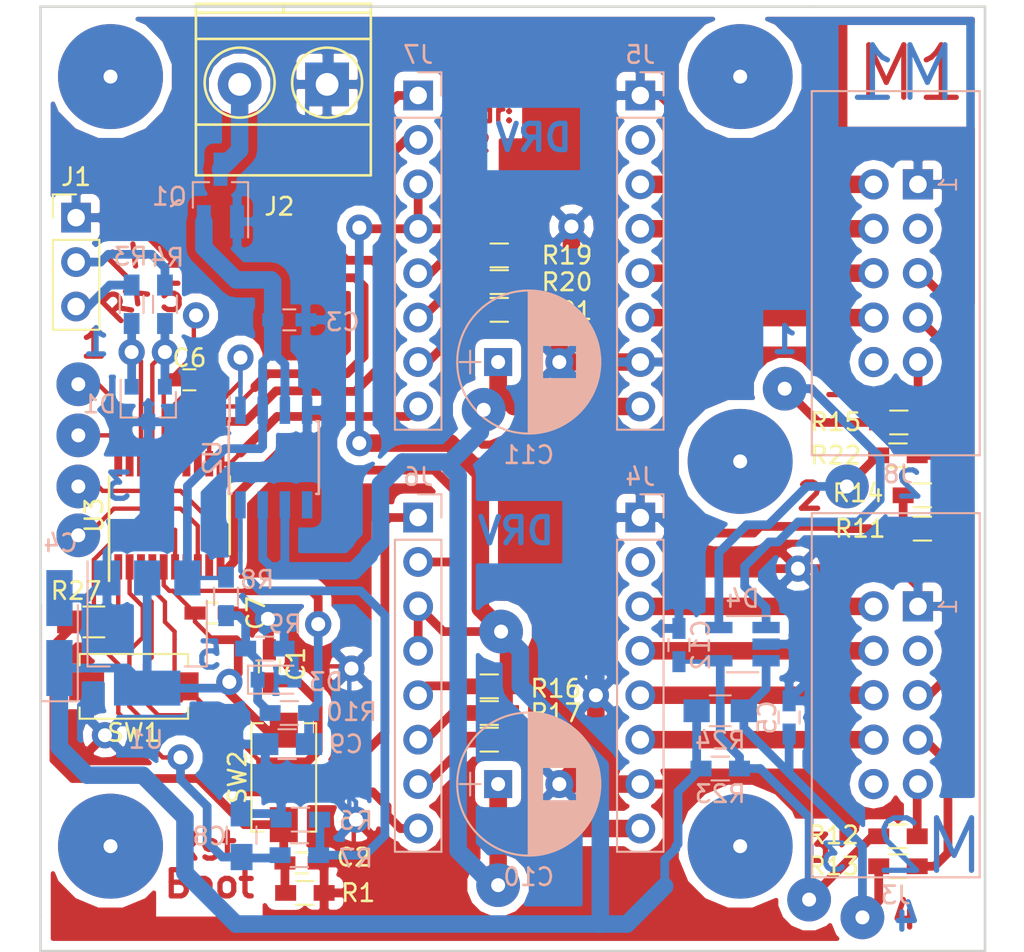
<source format=kicad_pcb>
(kicad_pcb (version 4) (host pcbnew 4.0.7)
  (layers (0 F.Cu signal) (1 In1.Cu signal hide) (2 In2.Cu signal hide) (31 B.Cu signal) (34 B.Paste user) (35 F.Paste user) (36 B.SilkS user) (37 F.SilkS user) (38 B.Mask user) (39 F.Mask user) (44 Edge.Cuts user))
  (net 0 "")
  (net 1 /NRST)
  (net 2 /BOOT0)
  (net 3 +3V3)
  (net 4 +12V)
  (net 5 /STPCURRENT)
  (net 6 /U12V)
  (net 7 /STP12)
  (net 8 /USART_RX)
  (net 9 /USART_TX)
  (net 10 "Net-(D3-Pad1)")
  (net 11 /M1ESW1)
  (net 12 /M1ESW2)
  (net 13 /M2ESW1)
  (net 14 /M2ESW2)
  (net 15 "Net-(J1-Pad2)")
  (net 16 "Net-(J1-Pad3)")
  (net 17 "Net-(J2-Pad2)")
  (net 18 /M1_A)
  (net 19 /M1_A*)
  (net 20 /M1_B)
  (net 21 /M1_B*)
  (net 22 "Net-(J3-Pad5)")
  (net 23 "Net-(J3-Pad7)")
  (net 24 "Net-(J3-Pad9)")
  (net 25 /M2_A*)
  (net 26 /M2_A)
  (net 27 /M2_B)
  (net 28 /M2_B*)
  (net 29 /M1DIR)
  (net 30 /M1STEP)
  (net 31 "Net-(J6-Pad5)")
  (net 32 "Net-(J6-Pad6)")
  (net 33 "Net-(J6-Pad7)")
  (net 34 /M1EN)
  (net 35 /M2DIR)
  (net 36 /M2STEP)
  (net 37 "Net-(J7-Pad5)")
  (net 38 "Net-(J7-Pad6)")
  (net 39 "Net-(J7-Pad7)")
  (net 40 /M2EN)
  (net 41 "Net-(J8-Pad5)")
  (net 42 "Net-(J8-Pad7)")
  (net 43 "Net-(J8-Pad9)")
  (net 44 "Net-(R6-Pad2)")
  (net 45 /SHDN)
  (net 46 GND)
  (net 47 "Net-(R27-Pad1)")
  (module my_footprints:VIA (layer F.Cu) (at 56.034 76.482)
    (fp_text reference REF** hide)
    (fp_text value VIA hide)
    (pad 1 thru_hole circle (at 0 0) (size 1.5 1.5) (drill 0.8) (layers *.Cu *.Mask) (net 46 GND))
  )
  (module my_footprints:VIA (layer F.Cu) (at 81.307 62.131)
    (fp_text reference REF** hide)
    (fp_text value VIA hide)
    (pad 1 thru_hole circle (at 0 0) (size 1.5 1.5) (drill 0.8) (layers *.Cu *.Mask) (net 46 GND))
  )
  (module my_footprints:VIA (layer F.Cu) (at 69.75 69.37)
    (fp_text reference REF** hide)
    (fp_text value VIA hide)
    (pad 1 thru_hole circle (at 0 0) (size 1.5 1.5) (drill 0.8) (layers *.Cu *.Mask) (net 46 GND))
  )
  (module my_footprints:VIA (layer F.Cu) (at 55.78 67.846)
    (fp_text reference REF** hide)
    (fp_text value VIA hide)
    (pad 1 thru_hole circle (at 0 0) (size 1.5 1.5) (drill 0.8) (layers *.Cu *.Mask) (net 46 GND))
  )
  (module my_footprints:VIA (layer F.Cu) (at 68.353 42.573)
    (fp_text reference REF** hide)
    (fp_text value VIA hide)
    (pad 1 thru_hole circle (at 0 0) (size 1.5 1.5) (drill 0.8) (layers *.Cu *.Mask) (net 46 GND))
  )
  (module Connectors_Terminal_Blocks.pretty:TerminalBlock_Pheonix_MKDS1.5-2pol (layer F.Cu) (at 54.383 34.445 180)
    (fp_text reference J2 (at 2.7305 -6.985 180) (layer F.SilkS))
    (fp_text value 12VIN)
    (pad 1 thru_hole rect (at 0 0 180) (size 2.5 2.5) (drill 1.3) (layers *.Cu *.Mask) (net 46 GND))
    (pad 2 thru_hole circle (at 5 0 180) (size 2.5 2.5) (drill 1.3) (layers *.Cu *.Mask) (net 17 "Net-(J2-Pad2)"))
  )
  (module Connectors.pretty:IDC_Header_Straight_10pins (layer B.Cu) (at 88.165 40.16 270)
    (fp_text reference J8 (at 16.5735 1.143 360) (layer B.SilkS) (effects (justify mirror)))
    (fp_text value Motor2)
    (fp_text user 1 (at 0.02 -1.72 270) (layer B.SilkS) (effects (font (thickness 0.12)) (justify mirror)))
    (pad 1 thru_hole rect (at 0 0 270) (size 1.7272 1.7272) (drill 1) (layers *.Cu *.Mask) (net 46 GND))
    (pad 2 thru_hole oval (at 0 2.54 270) (size 1.7272 1.7272) (drill 1) (layers *.Cu *.Mask) (net 25 /M2_A*))
    (pad 3 thru_hole oval (at 2.54 0 270) (size 1.7272 1.7272) (drill 1) (layers *.Cu *.Mask))
    (pad 4 thru_hole oval (at 2.54 2.54 270) (size 1.7272 1.7272) (drill 1) (layers *.Cu *.Mask) (net 26 /M2_A))
    (pad 5 thru_hole oval (at 5.08 0 270) (size 1.7272 1.7272) (drill 1) (layers *.Cu *.Mask) (net 41 "Net-(J8-Pad5)"))
    (pad 6 thru_hole oval (at 5.08 2.54 270) (size 1.7272 1.7272) (drill 1) (layers *.Cu *.Mask) (net 27 /M2_B))
    (pad 7 thru_hole oval (at 7.62 0 270) (size 1.7272 1.7272) (drill 1) (layers *.Cu *.Mask) (net 42 "Net-(J8-Pad7)"))
    (pad 8 thru_hole oval (at 7.62 2.54 270) (size 1.7272 1.7272) (drill 1) (layers *.Cu *.Mask) (net 28 /M2_B*))
    (pad 9 thru_hole oval (at 10.16 0 270) (size 1.7272 1.7272) (drill 1) (layers *.Cu *.Mask) (net 43 "Net-(J8-Pad9)"))
    (pad 10 thru_hole oval (at 10.16 2.54 270) (size 1.7272 1.7272) (drill 1) (layers *.Cu *.Mask))
  )
  (module Connectors.pretty:IDC_Header_Straight_10pins (layer B.Cu) (at 88.165 64.29 270)
    (fp_text reference J3 (at 16.51 1.27 360) (layer B.SilkS) (effects (justify mirror)))
    (fp_text value Motor1)
    (fp_text user 1 (at 0.02 -1.72 270) (layer B.SilkS) (effects (font (thickness 0.12)) (justify mirror)))
    (pad 1 thru_hole rect (at 0 0 270) (size 1.7272 1.7272) (drill 1) (layers *.Cu *.Mask) (net 46 GND))
    (pad 2 thru_hole oval (at 0 2.54 270) (size 1.7272 1.7272) (drill 1) (layers *.Cu *.Mask) (net 19 /M1_A*))
    (pad 3 thru_hole oval (at 2.54 0 270) (size 1.7272 1.7272) (drill 1) (layers *.Cu *.Mask))
    (pad 4 thru_hole oval (at 2.54 2.54 270) (size 1.7272 1.7272) (drill 1) (layers *.Cu *.Mask) (net 18 /M1_A))
    (pad 5 thru_hole oval (at 5.08 0 270) (size 1.7272 1.7272) (drill 1) (layers *.Cu *.Mask) (net 22 "Net-(J3-Pad5)"))
    (pad 6 thru_hole oval (at 5.08 2.54 270) (size 1.7272 1.7272) (drill 1) (layers *.Cu *.Mask) (net 20 /M1_B))
    (pad 7 thru_hole oval (at 7.62 0 270) (size 1.7272 1.7272) (drill 1) (layers *.Cu *.Mask) (net 23 "Net-(J3-Pad7)"))
    (pad 8 thru_hole oval (at 7.62 2.54 270) (size 1.7272 1.7272) (drill 1) (layers *.Cu *.Mask) (net 21 /M1_B*))
    (pad 9 thru_hole oval (at 10.16 0 270) (size 1.7272 1.7272) (drill 1) (layers *.Cu *.Mask) (net 24 "Net-(J3-Pad9)"))
    (pad 10 thru_hole oval (at 10.16 2.54 270) (size 1.7272 1.7272) (drill 1) (layers *.Cu *.Mask))
  )
  (module TO_SOT_Packages_SMD.pretty:SOT-223 (layer B.Cu) (at 44.096 65.814 270)
    (fp_text reference U1 (at 6.096 0.0635 360) (layer B.SilkS) (effects (justify mirror)))
    (fp_text value LM1117-3.3)
    (pad 4 smd rect (at 3.15 0 270) (size 2 3.8) (layers B.Cu B.Paste B.Mask) (net 3 +3V3))
    (pad 2 smd rect (at -3.15 0 270) (size 2 1.5) (layers B.Cu B.Paste B.Mask) (net 3 +3V3))
    (pad 3 smd rect (at -3.15 -2.3 270) (size 2 1.5) (layers B.Cu B.Paste B.Mask) (net 4 +12V))
    (pad 1 smd rect (at -3.15 2.3 270) (size 2 1.5) (layers B.Cu B.Paste B.Mask) (net 46 GND))
  )
  (module Capacitors_SMD.pretty:C_0603_HandSoldering (layer F.Cu) (at 51.081 67.719 90)
    (fp_text reference C1 (at 0.127 1.524 90) (layer F.SilkS))
    (fp_text value 0.1)
    (pad 1 smd rect (at -0.95 0 90) (size 1.2 0.75) (layers F.Cu F.Paste F.Mask) (net 1 /NRST))
    (pad 2 smd rect (at 0.95 0 90) (size 1.2 0.75) (layers F.Cu F.Paste F.Mask) (net 46 GND))
  )
  (module Capacitors_SMD.pretty:C_0603_HandSoldering (layer F.Cu) (at 52.9225 78.9585)
    (fp_text reference C2 (at 2.9845 -0.3175) (layer F.SilkS))
    (fp_text value 0.1)
    (pad 1 smd rect (at -0.95 0) (size 1.2 0.75) (layers F.Cu F.Paste F.Mask) (net 2 /BOOT0))
    (pad 2 smd rect (at 0.95 0) (size 1.2 0.75) (layers F.Cu F.Paste F.Mask) (net 46 GND))
  )
  (module Capacitors_SMD.pretty:C_0603_HandSoldering (layer B.Cu) (at 52.224 47.907)
    (fp_text reference C3 (at 3.048 0.127) (layer B.SilkS) (effects (justify mirror)))
    (fp_text value 0.1)
    (pad 1 smd rect (at -0.95 0) (size 1.2 0.75) (layers B.Cu B.Paste B.Mask) (net 4 +12V))
    (pad 2 smd rect (at 0.95 0) (size 1.2 0.75) (layers B.Cu B.Paste B.Mask) (net 46 GND))
  )
  (module Capacitors_SMD.pretty:C_0603_HandSoldering (layer F.Cu) (at 46.509 51.336)
    (fp_text reference C6 (at 0 -1.25) (layer F.SilkS))
    (fp_text value 0.1)
    (pad 1 smd rect (at -0.95 0) (size 1.2 0.75) (layers F.Cu F.Paste F.Mask) (net 3 +3V3))
    (pad 2 smd rect (at 0.95 0) (size 1.2 0.75) (layers F.Cu F.Paste F.Mask) (net 46 GND))
  )
  (module Capacitors_SMD.pretty:C_0603_HandSoldering (layer F.Cu) (at 47.779 64.671)
    (fp_text reference C7 (at 2.54 0 90) (layer F.SilkS))
    (fp_text value 0.1)
    (pad 1 smd rect (at -0.95 0) (size 1.2 0.75) (layers F.Cu F.Paste F.Mask) (net 3 +3V3))
    (pad 2 smd rect (at 0.95 0) (size 1.2 0.75) (layers F.Cu F.Paste F.Mask) (net 46 GND))
  )
  (module Capacitors_SMD.pretty:C_0805_HandSoldering (layer B.Cu) (at 49.4935 77.371 90)
    (fp_text reference C8 (at -0.0635 -1.8415 180) (layer B.SilkS) (effects (justify mirror)))
    (fp_text value 1u)
    (pad 1 smd rect (at -1.25 0 90) (size 1.5 1.25) (layers B.Cu B.Paste B.Mask) (net 5 /STPCURRENT))
    (pad 2 smd rect (at 1.25 0 90) (size 1.5 1.25) (layers B.Cu B.Paste B.Mask) (net 46 GND))
  )
  (module Capacitors_SMD.pretty:C_0805_HandSoldering (layer B.Cu) (at 52.097 72.164 180)
    (fp_text reference C9 (at -3.3655 0 180) (layer B.SilkS) (effects (justify mirror)))
    (fp_text value 1u)
    (pad 1 smd rect (at -1.25 0 180) (size 1.5 1.25) (layers B.Cu B.Paste B.Mask) (net 6 /U12V))
    (pad 2 smd rect (at 1.25 0 180) (size 1.5 1.25) (layers B.Cu B.Paste B.Mask) (net 46 GND))
  )
  (module Capacitors_THT.pretty:CP_Radial_D8.0mm_P3.50mm (layer B.Cu) (at 64.162 74.45)
    (fp_text reference C10 (at 1.75 5.31) (layer B.SilkS) (effects (justify mirror)))
    (fp_text value 100u)
    (pad 1 thru_hole rect (at 0 0) (size 1.6 1.6) (drill 0.8) (layers *.Cu *.Mask) (net 7 /STP12))
    (pad 2 thru_hole circle (at 3.5 0) (size 1.6 1.6) (drill 0.8) (layers *.Cu *.Mask) (net 46 GND))
  )
  (module Capacitors_THT.pretty:CP_Radial_D8.0mm_P3.50mm (layer B.Cu) (at 64.162 50.32)
    (fp_text reference C11 (at 1.75 5.31) (layer B.SilkS) (effects (justify mirror)))
    (fp_text value 100u)
    (pad 1 thru_hole rect (at 0 0) (size 1.6 1.6) (drill 0.8) (layers *.Cu *.Mask) (net 7 /STP12))
    (pad 2 thru_hole circle (at 3.5 0) (size 1.6 1.6) (drill 0.8) (layers *.Cu *.Mask) (net 46 GND))
  )
  (module TO_SOT_Packages_SMD.pretty:SOT-23 (layer B.Cu) (at 44.1595 52.733 270)
    (fp_text reference D1 (at 0 2.794 360) (layer B.SilkS) (effects (justify mirror)))
    (fp_text value SP0502BAHT)
    (pad 1 smd rect (at -1 0.95 270) (size 0.9 0.8) (layers B.Cu B.Paste B.Mask) (net 8 /USART_RX))
    (pad 2 smd rect (at -1 -0.95 270) (size 0.9 0.8) (layers B.Cu B.Paste B.Mask) (net 9 /USART_TX))
    (pad 3 smd rect (at 1 0 270) (size 0.9 0.8) (layers B.Cu B.Paste B.Mask) (net 46 GND))
  )
  (module Diodes_SMD.pretty:D_0805 (layer B.Cu) (at 51.462 68.481)
    (fp_text reference D3 (at 2.8575 0.127) (layer B.SilkS) (effects (justify mirror)))
    (fp_text value MM3Z3V6)
    (pad 1 smd rect (at -1.05 0) (size 0.8 0.9) (layers B.Cu B.Paste B.Mask) (net 10 "Net-(D3-Pad1)"))
    (pad 2 smd rect (at 1.05 0) (size 0.8 0.9) (layers B.Cu B.Paste B.Mask) (net 46 GND))
  )
  (module TO_SOT_Packages_SMD.pretty:SOT-23-5_HandSoldering (layer B.Cu) (at 78.132 66.449 180)
    (fp_text reference D4 (at 0 2.6035 180) (layer B.SilkS) (effects (justify mirror)))
    (fp_text value SP0504BAHT)
    (pad 1 smd rect (at -1.35 0.95 180) (size 1.56 0.65) (layers B.Cu B.Paste B.Mask) (net 13 /M2ESW1))
    (pad 2 smd rect (at -1.35 0 180) (size 1.56 0.65) (layers B.Cu B.Paste B.Mask) (net 46 GND))
    (pad 3 smd rect (at -1.35 -0.95 180) (size 1.56 0.65) (layers B.Cu B.Paste B.Mask) (net 12 /M1ESW2))
    (pad 4 smd rect (at 1.35 -0.95 180) (size 1.56 0.65) (layers B.Cu B.Paste B.Mask) (net 11 /M1ESW1))
    (pad 5 smd rect (at 1.35 0.95 180) (size 1.56 0.65) (layers B.Cu B.Paste B.Mask) (net 14 /M2ESW2))
  )
  (module Pin_Headers.pretty:Pin_Header_Straight_1x03_Pitch2.54mm (layer F.Cu) (at 40.032 42.065)
    (fp_text reference J1 (at 0 -2.33) (layer F.SilkS))
    (fp_text value UART)
    (pad 1 thru_hole rect (at 0 0) (size 1.7 1.7) (drill 1) (layers *.Cu *.Mask) (net 46 GND))
    (pad 2 thru_hole oval (at 0 2.54) (size 1.7 1.7) (drill 1) (layers *.Cu *.Mask) (net 15 "Net-(J1-Pad2)"))
    (pad 3 thru_hole oval (at 0 5.08) (size 1.7 1.7) (drill 1) (layers *.Cu *.Mask) (net 16 "Net-(J1-Pad3)"))
  )
  (module Pin_Headers.pretty:Pin_Header_Straight_1x08_Pitch2.54mm (layer B.Cu) (at 72.29 59.21 180)
    (fp_text reference J4 (at 0 2.33 180) (layer B.SilkS) (effects (justify mirror)))
    (fp_text value DRV_left)
    (pad 1 thru_hole rect (at 0 0 180) (size 1.7 1.7) (drill 1) (layers *.Cu *.Mask) (net 46 GND))
    (pad 2 thru_hole oval (at 0 -2.54 180) (size 1.7 1.7) (drill 1) (layers *.Cu *.Mask))
    (pad 3 thru_hole oval (at 0 -5.08 180) (size 1.7 1.7) (drill 1) (layers *.Cu *.Mask) (net 19 /M1_A*))
    (pad 4 thru_hole oval (at 0 -7.62 180) (size 1.7 1.7) (drill 1) (layers *.Cu *.Mask) (net 18 /M1_A))
    (pad 5 thru_hole oval (at 0 -10.16 180) (size 1.7 1.7) (drill 1) (layers *.Cu *.Mask) (net 20 /M1_B))
    (pad 6 thru_hole oval (at 0 -12.7 180) (size 1.7 1.7) (drill 1) (layers *.Cu *.Mask) (net 21 /M1_B*))
    (pad 7 thru_hole oval (at 0 -15.24 180) (size 1.7 1.7) (drill 1) (layers *.Cu *.Mask) (net 46 GND))
    (pad 8 thru_hole oval (at 0 -17.78 180) (size 1.7 1.7) (drill 1) (layers *.Cu *.Mask) (net 7 /STP12))
  )
  (module Pin_Headers.pretty:Pin_Header_Straight_1x08_Pitch2.54mm (layer B.Cu) (at 72.29 35.08 180)
    (fp_text reference J5 (at 0 2.33 180) (layer B.SilkS) (effects (justify mirror)))
    (fp_text value DRV_left)
    (pad 1 thru_hole rect (at 0 0 180) (size 1.7 1.7) (drill 1) (layers *.Cu *.Mask) (net 46 GND))
    (pad 2 thru_hole oval (at 0 -2.54 180) (size 1.7 1.7) (drill 1) (layers *.Cu *.Mask))
    (pad 3 thru_hole oval (at 0 -5.08 180) (size 1.7 1.7) (drill 1) (layers *.Cu *.Mask) (net 25 /M2_A*))
    (pad 4 thru_hole oval (at 0 -7.62 180) (size 1.7 1.7) (drill 1) (layers *.Cu *.Mask) (net 26 /M2_A))
    (pad 5 thru_hole oval (at 0 -10.16 180) (size 1.7 1.7) (drill 1) (layers *.Cu *.Mask) (net 27 /M2_B))
    (pad 6 thru_hole oval (at 0 -12.7 180) (size 1.7 1.7) (drill 1) (layers *.Cu *.Mask) (net 28 /M2_B*))
    (pad 7 thru_hole oval (at 0 -15.24 180) (size 1.7 1.7) (drill 1) (layers *.Cu *.Mask) (net 46 GND))
    (pad 8 thru_hole oval (at 0 -17.78 180) (size 1.7 1.7) (drill 1) (layers *.Cu *.Mask) (net 7 /STP12))
  )
  (module Pin_Headers.pretty:Pin_Header_Straight_1x08_Pitch2.54mm (layer B.Cu) (at 59.59 59.21 180)
    (fp_text reference J6 (at 0 2.33 180) (layer B.SilkS) (effects (justify mirror)))
    (fp_text value DRV_right)
    (pad 1 thru_hole rect (at 0 0 180) (size 1.7 1.7) (drill 1) (layers *.Cu *.Mask) (net 29 /M1DIR))
    (pad 2 thru_hole oval (at 0 -2.54 180) (size 1.7 1.7) (drill 1) (layers *.Cu *.Mask) (net 30 /M1STEP))
    (pad 3 thru_hole oval (at 0 -5.08 180) (size 1.7 1.7) (drill 1) (layers *.Cu *.Mask) (net 3 +3V3))
    (pad 4 thru_hole oval (at 0 -7.62 180) (size 1.7 1.7) (drill 1) (layers *.Cu *.Mask) (net 3 +3V3))
    (pad 5 thru_hole oval (at 0 -10.16 180) (size 1.7 1.7) (drill 1) (layers *.Cu *.Mask) (net 31 "Net-(J6-Pad5)"))
    (pad 6 thru_hole oval (at 0 -12.7 180) (size 1.7 1.7) (drill 1) (layers *.Cu *.Mask) (net 32 "Net-(J6-Pad6)"))
    (pad 7 thru_hole oval (at 0 -15.24 180) (size 1.7 1.7) (drill 1) (layers *.Cu *.Mask) (net 33 "Net-(J6-Pad7)"))
    (pad 8 thru_hole oval (at 0 -17.78 180) (size 1.7 1.7) (drill 1) (layers *.Cu *.Mask) (net 34 /M1EN))
  )
  (module Pin_Headers.pretty:Pin_Header_Straight_1x08_Pitch2.54mm (layer B.Cu) (at 59.59 35.08 180)
    (fp_text reference J7 (at 0 2.33 180) (layer B.SilkS) (effects (justify mirror)))
    (fp_text value DRV_right)
    (pad 1 thru_hole rect (at 0 0 180) (size 1.7 1.7) (drill 1) (layers *.Cu *.Mask) (net 35 /M2DIR))
    (pad 2 thru_hole oval (at 0 -2.54 180) (size 1.7 1.7) (drill 1) (layers *.Cu *.Mask) (net 36 /M2STEP))
    (pad 3 thru_hole oval (at 0 -5.08 180) (size 1.7 1.7) (drill 1) (layers *.Cu *.Mask) (net 3 +3V3))
    (pad 4 thru_hole oval (at 0 -7.62 180) (size 1.7 1.7) (drill 1) (layers *.Cu *.Mask) (net 3 +3V3))
    (pad 5 thru_hole oval (at 0 -10.16 180) (size 1.7 1.7) (drill 1) (layers *.Cu *.Mask) (net 37 "Net-(J7-Pad5)"))
    (pad 6 thru_hole oval (at 0 -12.7 180) (size 1.7 1.7) (drill 1) (layers *.Cu *.Mask) (net 38 "Net-(J7-Pad6)"))
    (pad 7 thru_hole oval (at 0 -15.24 180) (size 1.7 1.7) (drill 1) (layers *.Cu *.Mask) (net 39 "Net-(J7-Pad7)"))
    (pad 8 thru_hole oval (at 0 -17.78 180) (size 1.7 1.7) (drill 1) (layers *.Cu *.Mask) (net 40 /M2EN))
  )
  (module my_footprints:Hole_3mm (layer F.Cu) (at 78 34)
    (fp_text reference P1 hide)
    (fp_text value Hole hide)
    (pad "" np_thru_hole circle (at 0 0) (size 6 6) (drill 0.8) (layers *.Cu *.Mask))
  )
  (module my_footprints:Hole_3mm (layer F.Cu) (at 78 78)
    (fp_text reference P2 hide)
    (fp_text value Hole hide)
    (pad "" np_thru_hole circle (at 0 0) (size 6 6) (drill 0.8) (layers *.Cu *.Mask))
  )
  (module my_footprints:Hole_3mm (layer F.Cu) (at 42 34)
    (fp_text reference P3 hide)
    (fp_text value Hole hide)
    (pad "" np_thru_hole circle (at 0 0) (size 6 6) (drill 0.8) (layers *.Cu *.Mask))
  )
  (module my_footprints:Hole_3mm (layer F.Cu) (at 42 78)
    (fp_text reference P4 hide)
    (fp_text value Hole hide)
    (pad "" np_thru_hole circle (at 0 0) (size 6 6) (drill 0.8) (layers *.Cu *.Mask))
  )
  (module my_footprints:Hole_3mm (layer F.Cu) (at 42 56)
    (fp_text reference P5 hide)
    (fp_text value Hole hide)
  )
  (module my_footprints:Hole_3mm (layer F.Cu) (at 78 56)
    (fp_text reference P6 hide)
    (fp_text value Hole hide)
    (pad "" np_thru_hole circle (at 0 0) (size 6 6) (drill 0.8) (layers *.Cu *.Mask))
  )
  (module TO_SOT_Packages_SMD.pretty:SOT-23_Handsoldering (layer B.Cu) (at 48.287 40.795 90)
    (fp_text reference Q1 (at -0.0635 -2.921 180) (layer B.SilkS) (effects (justify mirror)))
    (fp_text value AO3407)
    (pad 1 smd rect (at -1.5 0.95 90) (size 1.9 0.8) (layers B.Cu B.Paste B.Mask) (net 46 GND))
    (pad 2 smd rect (at -1.5 -0.95 90) (size 1.9 0.8) (layers B.Cu B.Paste B.Mask) (net 4 +12V))
    (pad 3 smd rect (at 1.5 0 90) (size 1.9 0.8) (layers B.Cu B.Paste B.Mask) (net 17 "Net-(J2-Pad2)"))
  )
  (module Resistors_SMD.pretty:R_0603_HandSoldering (layer F.Cu) (at 53.113 80.673)
    (fp_text reference R1 (at 3.048 0) (layer F.SilkS))
    (fp_text value 10k)
    (pad 1 smd rect (at -1.1 0) (size 1.2 0.9) (layers F.Cu F.Paste F.Mask) (net 2 /BOOT0))
    (pad 2 smd rect (at 1.1 0) (size 1.2 0.9) (layers F.Cu F.Paste F.Mask) (net 46 GND))
  )
  (module Resistors_SMD.pretty:R_0603_HandSoldering (layer B.Cu) (at 52.859 76.482)
    (fp_text reference R6 (at 3.175 0.0635) (layer B.SilkS) (effects (justify mirror)))
    (fp_text value 1k5)
    (pad 1 smd rect (at -1.1 0) (size 1.2 0.9) (layers B.Cu B.Paste B.Mask) (net 46 GND))
    (pad 2 smd rect (at 1.1 0) (size 1.2 0.9) (layers B.Cu B.Paste B.Mask) (net 44 "Net-(R6-Pad2)"))
  )
  (module Resistors_SMD.pretty:R_0603_HandSoldering (layer F.Cu) (at 63.654 68.862 180)
    (fp_text reference R16 (at -3.81 -0.127 180) (layer F.SilkS))
    (fp_text value 0)
    (pad 1 smd rect (at -1.1 0 180) (size 1.2 0.9) (layers F.Cu F.Paste F.Mask) (net 3 +3V3))
    (pad 2 smd rect (at 1.1 0 180) (size 1.2 0.9) (layers F.Cu F.Paste F.Mask) (net 31 "Net-(J6-Pad5)"))
  )
  (module Resistors_SMD.pretty:R_0603_HandSoldering (layer F.Cu) (at 63.654 70.386 180)
    (fp_text reference R17 (at -3.81 0 180) (layer F.SilkS))
    (fp_text value 0)
    (pad 1 smd rect (at -1.1 0 180) (size 1.2 0.9) (layers F.Cu F.Paste F.Mask) (net 3 +3V3))
    (pad 2 smd rect (at 1.1 0 180) (size 1.2 0.9) (layers F.Cu F.Paste F.Mask) (net 32 "Net-(J6-Pad6)"))
  )
  (module Resistors_SMD.pretty:R_0603_HandSoldering (layer F.Cu) (at 63.654 71.91 180)
    (fp_text reference R18 (at -3.81 -0.127 180) (layer F.SilkS))
    (fp_text value 0)
    (pad 1 smd rect (at -1.1 0 180) (size 1.2 0.9) (layers F.Cu F.Paste F.Mask) (net 3 +3V3))
    (pad 2 smd rect (at 1.1 0 180) (size 1.2 0.9) (layers F.Cu F.Paste F.Mask) (net 33 "Net-(J6-Pad7)"))
  )
  (module Resistors_SMD.pretty:R_0603_HandSoldering (layer F.Cu) (at 64.2255 44.224 180)
    (fp_text reference R19 (at -3.8735 0 180) (layer F.SilkS))
    (fp_text value 0)
    (pad 1 smd rect (at -1.1 0 180) (size 1.2 0.9) (layers F.Cu F.Paste F.Mask) (net 3 +3V3))
    (pad 2 smd rect (at 1.1 0 180) (size 1.2 0.9) (layers F.Cu F.Paste F.Mask) (net 37 "Net-(J7-Pad5)"))
  )
  (module Resistors_SMD.pretty:R_0603_HandSoldering (layer F.Cu) (at 64.2255 45.748 180)
    (fp_text reference R20 (at -3.8735 0 180) (layer F.SilkS))
    (fp_text value 0)
    (pad 1 smd rect (at -1.1 0 180) (size 1.2 0.9) (layers F.Cu F.Paste F.Mask) (net 3 +3V3))
    (pad 2 smd rect (at 1.1 0 180) (size 1.2 0.9) (layers F.Cu F.Paste F.Mask) (net 38 "Net-(J7-Pad6)"))
  )
  (module Resistors_SMD.pretty:R_0603_HandSoldering (layer F.Cu) (at 64.2255 47.3355 180)
    (fp_text reference R21 (at -3.8735 -0.0635 180) (layer F.SilkS))
    (fp_text value 0)
    (pad 1 smd rect (at -1.1 0 180) (size 1.2 0.9) (layers F.Cu F.Paste F.Mask) (net 3 +3V3))
    (pad 2 smd rect (at 1.1 0 180) (size 1.2 0.9) (layers F.Cu F.Paste F.Mask) (net 39 "Net-(J7-Pad7)"))
  )
  (module Housings_SSOP.pretty:TSSOP-20_4.4x6.5mm_Pitch0.65mm (layer F.Cu) (at 45.366 59.083 90)
    (fp_text reference U3 (at 0 -4.3 90) (layer F.SilkS))
    (fp_text value STM32F030F4Px)
    (pad 1 smd rect (at -2.95 -2.925 90) (size 1.45 0.45) (layers F.Cu F.Paste F.Mask) (net 47 "Net-(R27-Pad1)"))
    (pad 2 smd rect (at -2.95 -2.275 90) (size 1.45 0.45) (layers F.Cu F.Paste F.Mask) (net 34 /M1EN))
    (pad 3 smd rect (at -2.95 -1.625 90) (size 1.45 0.45) (layers F.Cu F.Paste F.Mask) (net 29 /M1DIR))
    (pad 4 smd rect (at -2.95 -0.975 90) (size 1.45 0.45) (layers F.Cu F.Paste F.Mask) (net 1 /NRST))
    (pad 5 smd rect (at -2.95 -0.325 90) (size 1.45 0.45) (layers F.Cu F.Paste F.Mask) (net 3 +3V3))
    (pad 6 smd rect (at -2.95 0.325 90) (size 1.45 0.45) (layers F.Cu F.Paste F.Mask) (net 5 /STPCURRENT))
    (pad 7 smd rect (at -2.95 0.975 90) (size 1.45 0.45) (layers F.Cu F.Paste F.Mask) (net 6 /U12V))
    (pad 8 smd rect (at -2.95 1.625 90) (size 1.45 0.45) (layers F.Cu F.Paste F.Mask) (net 12 /M1ESW2))
    (pad 9 smd rect (at -2.95 2.275 90) (size 1.45 0.45) (layers F.Cu F.Paste F.Mask) (net 11 /M1ESW1))
    (pad 10 smd rect (at -2.95 2.925 90) (size 1.45 0.45) (layers F.Cu F.Paste F.Mask) (net 30 /M1STEP))
    (pad 11 smd rect (at 2.95 2.925 90) (size 1.45 0.45) (layers F.Cu F.Paste F.Mask) (net 40 /M2EN))
    (pad 12 smd rect (at 2.95 2.275 90) (size 1.45 0.45) (layers F.Cu F.Paste F.Mask) (net 36 /M2STEP))
    (pad 13 smd rect (at 2.95 1.625 90) (size 1.45 0.45) (layers F.Cu F.Paste F.Mask) (net 35 /M2DIR))
    (pad 14 smd rect (at 2.95 0.975 90) (size 1.45 0.45) (layers F.Cu F.Paste F.Mask) (net 45 /SHDN))
    (pad 15 smd rect (at 2.95 0.325 90) (size 1.45 0.45) (layers F.Cu F.Paste F.Mask) (net 46 GND))
    (pad 16 smd rect (at 2.95 -0.325 90) (size 1.45 0.45) (layers F.Cu F.Paste F.Mask) (net 3 +3V3))
    (pad 17 smd rect (at 2.95 -0.975 90) (size 1.45 0.45) (layers F.Cu F.Paste F.Mask) (net 9 /USART_TX))
    (pad 18 smd rect (at 2.95 -1.625 90) (size 1.45 0.45) (layers F.Cu F.Paste F.Mask) (net 8 /USART_RX))
    (pad 19 smd rect (at 2.95 -2.275 90) (size 1.45 0.45) (layers F.Cu F.Paste F.Mask) (net 13 /M2ESW1))
    (pad 20 smd rect (at 2.95 -2.925 90) (size 1.45 0.45) (layers F.Cu F.Paste F.Mask) (net 14 /M2ESW2))
  )
  (module Capacitors_Tantalum_SMD.pretty:CP_Tantalum_Case-A_EIA-3216-18_Hand (layer B.Cu) (at 39.0795 65.814 90)
    (fp_text reference C4 (at 5.1435 0.0635 180) (layer B.SilkS) (effects (justify mirror)))
    (fp_text value 47u)
    (pad 1 smd rect (at -2 0 90) (size 3.2 1.5) (layers B.Cu B.Paste B.Mask) (net 3 +3V3))
    (pad 2 smd rect (at 2 0 90) (size 3.2 1.5) (layers B.Cu B.Paste B.Mask) (net 46 GND))
  )
  (module Resistors_SMD.pretty:R_0603_HandSoldering (layer B.Cu) (at 52.7955 78.514 180)
    (fp_text reference R7 (at -3.2385 -0.1905 180) (layer B.SilkS) (effects (justify mirror)))
    (fp_text value 10k)
    (pad 1 smd rect (at -1.1 0 180) (size 1.2 0.9) (layers B.Cu B.Paste B.Mask) (net 44 "Net-(R6-Pad2)"))
    (pad 2 smd rect (at 1.1 0 180) (size 1.2 0.9) (layers B.Cu B.Paste B.Mask) (net 5 /STPCURRENT))
  )
  (module Resistors_SMD.pretty:R_0603_HandSoldering (layer B.Cu) (at 48.6045 63.7185 90)
    (fp_text reference R8 (at 0.9525 1.778 180) (layer B.SilkS) (effects (justify mirror)))
    (fp_text value 47k)
    (pad 1 smd rect (at -1.1 0 90) (size 1.2 0.9) (layers B.Cu B.Paste B.Mask) (net 10 "Net-(D3-Pad1)"))
    (pad 2 smd rect (at 1.1 0 90) (size 1.2 0.9) (layers B.Cu B.Paste B.Mask) (net 4 +12V))
  )
  (module Resistors_SMD.pretty:R_0603_HandSoldering (layer B.Cu) (at 50.827 66.703 180)
    (fp_text reference R9 (at -1.143 1.397 180) (layer B.SilkS) (effects (justify mirror)))
    (fp_text value 10k)
    (pad 1 smd rect (at -1.1 0 180) (size 1.2 0.9) (layers B.Cu B.Paste B.Mask) (net 46 GND))
    (pad 2 smd rect (at 1.1 0 180) (size 1.2 0.9) (layers B.Cu B.Paste B.Mask) (net 10 "Net-(D3-Pad1)"))
  )
  (module Resistors_SMD.pretty:R_0603_HandSoldering (layer B.Cu) (at 52.224 70.386)
    (fp_text reference R10 (at 3.556 -0.0635) (layer B.SilkS) (effects (justify mirror)))
    (fp_text value 10k)
    (pad 1 smd rect (at -1.1 0) (size 1.2 0.9) (layers B.Cu B.Paste B.Mask) (net 10 "Net-(D3-Pad1)"))
    (pad 2 smd rect (at 1.1 0) (size 1.2 0.9) (layers B.Cu B.Paste B.Mask) (net 6 /U12V))
  )
  (module Resistors_SMD.pretty:R_0603_HandSoldering (layer B.Cu) (at 43.207 47.018 90)
    (fp_text reference R3 (at 2.7305 -0.0635 180) (layer B.SilkS) (effects (justify mirror)))
    (fp_text value 470)
    (pad 1 smd rect (at -1.1 0 90) (size 1.2 0.9) (layers B.Cu B.Paste B.Mask) (net 8 /USART_RX))
    (pad 2 smd rect (at 1.1 0 90) (size 1.2 0.9) (layers B.Cu B.Paste B.Mask) (net 16 "Net-(J1-Pad3)"))
  )
  (module Resistors_SMD.pretty:R_0603_HandSoldering (layer B.Cu) (at 45.112 47.018 90)
    (fp_text reference R4 (at 2.667 0.127 180) (layer B.SilkS) (effects (justify mirror)))
    (fp_text value 470)
    (pad 1 smd rect (at -1.1 0 90) (size 1.2 0.9) (layers B.Cu B.Paste B.Mask) (net 9 /USART_TX))
    (pad 2 smd rect (at 1.1 0 90) (size 1.2 0.9) (layers B.Cu B.Paste B.Mask) (net 15 "Net-(J1-Pad2)"))
  )
  (module Resistors_SMD.pretty:R_0603_HandSoldering (layer F.Cu) (at 88.419 59.845)
    (fp_text reference R11 (at -3.556 0) (layer F.SilkS))
    (fp_text value 47)
    (pad 1 smd rect (at -1.1 0) (size 1.2 0.9) (layers F.Cu F.Paste F.Mask) (net 3 +3V3))
    (pad 2 smd rect (at 1.1 0) (size 1.2 0.9) (layers F.Cu F.Paste F.Mask) (net 22 "Net-(J3-Pad5)"))
  )
  (module Resistors_SMD.pretty:R_0603_HandSoldering (layer F.Cu) (at 87.022 77.4345)
    (fp_text reference R12 (at -3.683 -0.0635) (layer F.SilkS))
    (fp_text value 220)
    (pad 1 smd rect (at -1.1 0) (size 1.2 0.9) (layers F.Cu F.Paste F.Mask) (net 11 /M1ESW1))
    (pad 2 smd rect (at 1.1 0) (size 1.2 0.9) (layers F.Cu F.Paste F.Mask) (net 24 "Net-(J3-Pad9)"))
  )
  (module Resistors_SMD.pretty:R_0603_HandSoldering (layer F.Cu) (at 87.022 79.149)
    (fp_text reference R13 (at -3.683 0) (layer F.SilkS))
    (fp_text value 220)
    (pad 1 smd rect (at -1.1 0) (size 1.2 0.9) (layers F.Cu F.Paste F.Mask) (net 12 /M1ESW2))
    (pad 2 smd rect (at 1.1 0) (size 1.2 0.9) (layers F.Cu F.Paste F.Mask) (net 23 "Net-(J3-Pad7)"))
  )
  (module Resistors_SMD.pretty:R_0603_HandSoldering (layer F.Cu) (at 88.419 57.94 180)
    (fp_text reference R14 (at 3.683 0.127 180) (layer F.SilkS))
    (fp_text value 47)
    (pad 1 smd rect (at -1.1 0 180) (size 1.2 0.9) (layers F.Cu F.Paste F.Mask) (net 41 "Net-(J8-Pad5)"))
    (pad 2 smd rect (at 1.1 0 180) (size 1.2 0.9) (layers F.Cu F.Paste F.Mask) (net 3 +3V3))
  )
  (module Resistors_SMD.pretty:R_0603_HandSoldering (layer F.Cu) (at 87.0728 53.7744)
    (fp_text reference R15 (at -3.6068 -0.0254) (layer F.SilkS))
    (fp_text value 220)
    (pad 1 smd rect (at -1.1 0) (size 1.2 0.9) (layers F.Cu F.Paste F.Mask) (net 13 /M2ESW1))
    (pad 2 smd rect (at 1.1 0) (size 1.2 0.9) (layers F.Cu F.Paste F.Mask) (net 43 "Net-(J8-Pad9)"))
  )
  (module Resistors_SMD.pretty:R_0603_HandSoldering (layer F.Cu) (at 87.022 55.654)
    (fp_text reference R22 (at -3.556 0) (layer F.SilkS))
    (fp_text value 220)
    (pad 1 smd rect (at -1.1 0) (size 1.2 0.9) (layers F.Cu F.Paste F.Mask) (net 14 /M2ESW2))
    (pad 2 smd rect (at 1.1 0) (size 1.2 0.9) (layers F.Cu F.Paste F.Mask) (net 42 "Net-(J8-Pad7)"))
  )
  (module Resistors_SMD.pretty:R_0603_HandSoldering (layer B.Cu) (at 76.862 73.561)
    (fp_text reference R23 (at 0 1.45) (layer B.SilkS) (effects (justify mirror)))
    (fp_text value 47k)
    (pad 1 smd rect (at -1.1 0) (size 1.2 0.9) (layers B.Cu B.Paste B.Mask) (net 3 +3V3))
    (pad 2 smd rect (at 1.1 0) (size 1.2 0.9) (layers B.Cu B.Paste B.Mask) (net 11 /M1ESW1))
  )
  (module Resistors_SMD.pretty:R_0805_HandSoldering (layer F.Cu) (at 41.048 65.179 180)
    (fp_text reference R27 (at 1.016 1.778 180) (layer F.SilkS))
    (fp_text value 0)
    (pad 1 smd rect (at -1.35 0 180) (size 1.5 1.3) (layers F.Cu F.Paste F.Mask) (net 47 "Net-(R27-Pad1)"))
    (pad 2 smd rect (at 1.35 0 180) (size 1.5 1.3) (layers F.Cu F.Paste F.Mask) (net 2 /BOOT0))
  )
  (module Buttons_Switches_SMD.pretty:SW_SPST_EVQPE1 (layer F.Cu) (at 43.334 68.862 180)
    (fp_text reference SW1 (at 0 -2.65 180) (layer F.SilkS))
    (fp_text value Reset)
    (pad 2 smd rect (at 2.7 0 180) (size 2 1.6) (layers F.Cu F.Paste F.Mask) (net 46 GND))
    (pad 1 smd rect (at -2.7 0 180) (size 2 1.6) (layers F.Cu F.Paste F.Mask) (net 1 /NRST))
  )
  (module Buttons_Switches_SMD.pretty:SW_SPST_EVQPE1 (layer F.Cu) (at 51.9065 74.069 90)
    (fp_text reference SW2 (at 0 -2.65 90) (layer F.SilkS))
    (fp_text value Boot)
    (pad 2 smd rect (at 2.7 0 90) (size 2 1.6) (layers F.Cu F.Paste F.Mask) (net 3 +3V3))
    (pad 1 smd rect (at -2.7 0 90) (size 2 1.6) (layers F.Cu F.Paste F.Mask) (net 2 /BOOT0))
  )
  (module Capacitors_SMD.pretty:C_0603_HandSoldering (layer B.Cu) (at 80.799 70.64 270)
    (fp_text reference C5 (at 0 1.25 270) (layer B.SilkS) (effects (justify mirror)))
    (fp_text value 0.1)
    (pad 1 smd rect (at -0.95 0 270) (size 1.2 0.75) (layers B.Cu B.Paste B.Mask) (net 46 GND))
    (pad 2 smd rect (at 0.95 0 270) (size 1.2 0.75) (layers B.Cu B.Paste B.Mask) (net 12 /M1ESW2))
  )
  (module Capacitors_SMD.pretty:C_0603_HandSoldering (layer B.Cu) (at 74.5 66.5 90)
    (fp_text reference C12 (at 0 1.25 90) (layer B.SilkS) (effects (justify mirror)))
    (fp_text value 0.1)
    (pad 1 smd rect (at -0.95 0 90) (size 1.2 0.75) (layers B.Cu B.Paste B.Mask) (net 11 /M1ESW1))
    (pad 2 smd rect (at 0.95 0 90) (size 1.2 0.75) (layers B.Cu B.Paste B.Mask) (net 46 GND))
  )
  (module Resistors_SMD.pretty:R_0805_HandSoldering (layer B.Cu) (at 76.862 70.259)
    (fp_text reference R24 (at 0 1.7) (layer B.SilkS) (effects (justify mirror)))
    (fp_text value 47k)
    (pad 1 smd rect (at -1.35 0) (size 1.5 1.3) (layers B.Cu B.Paste B.Mask) (net 3 +3V3))
    (pad 2 smd rect (at 1.35 0) (size 1.5 1.3) (layers B.Cu B.Paste B.Mask) (net 12 /M1ESW2))
  )
  (module Housings_SOIC.pretty:SOIC-8_3.9x4.9mm_Pitch1.27mm (layer B.Cu) (at 51.335 55.781 270)
    (fp_text reference U2 (at 0 3.5 270) (layer B.SilkS) (effects (justify mirror)))
    (fp_text value MAX471)
    (pad 1 smd rect (at -2.7 1.905 270) (size 1.55 0.6) (layers B.Cu B.Paste B.Mask) (net 45 /SHDN))
    (pad 2 smd rect (at -2.7 0.635 270) (size 1.55 0.6) (layers B.Cu B.Paste B.Mask) (net 4 +12V))
    (pad 3 smd rect (at -2.7 -0.635 270) (size 1.55 0.6) (layers B.Cu B.Paste B.Mask) (net 4 +12V))
    (pad 4 smd rect (at -2.7 -1.905 270) (size 1.55 0.6) (layers B.Cu B.Paste B.Mask) (net 46 GND))
    (pad 5 smd rect (at 2.7 -1.905 270) (size 1.55 0.6) (layers B.Cu B.Paste B.Mask))
    (pad 6 smd rect (at 2.7 -0.635 270) (size 1.55 0.6) (layers B.Cu B.Paste B.Mask) (net 7 /STP12))
    (pad 7 smd rect (at 2.7 0.635 270) (size 1.55 0.6) (layers B.Cu B.Paste B.Mask) (net 7 /STP12))
    (pad 8 smd rect (at 2.7 1.905 270) (size 1.55 0.6) (layers B.Cu B.Paste B.Mask) (net 44 "Net-(R6-Pad2)"))
  )
  (module my_footprints:VIA (layer F.Cu) (at 41.683 71.656)
    (fp_text reference REF** hide)
    (fp_text value VIA hide)
    (pad 1 thru_hole circle (at 0 0) (size 1.5 1.5) (drill 0.8) (layers *.Cu *.Mask) (net 46 GND))
  )
  (gr_text DRV (at 65.178 59.972) (layer B.Cu) (effects (font (size 1.5 1.5) (thickness 0.3)) (justify mirror)))
  (gr_text DRV (at 66.194 37.493) (layer B.Cu) (effects (font (size 1.5 1.5) (thickness 0.3)) (justify mirror)))
  (gr_text "M2\nM1\nM0" (at 62.638 39.398) (layer F.Cu) (effects (font (size 1 1) (thickness 0.25))))
  (gr_text Addr: (at 63.146 36.096) (layer F.Cu) (effects (font (size 1 1) (thickness 0.25))))
  (gr_text Boot (at 47.652 80.165) (layer F.Cu) (effects (font (size 1.5 1.5) (thickness 0.3))))
  (gr_text Rst (at 47.398 78.006) (layer F.Cu) (effects (font (size 1.5 1.5) (thickness 0.3))))
  (gr_text Rx (at 42.826 46.764 45) (layer F.Cu) (effects (font (size 1.5 1.5) (thickness 0.3))))
  (gr_text Tx (at 42.826 44.478 45) (layer F.Cu) (effects (font (size 1.5 1.5) (thickness 0.3))))
  (gr_text M2 (at 88.8 78.006) (layer B.Cu) (effects (font (size 3 3) (thickness 0.3)) (justify mirror)))
  (gr_text M1 (at 87.276 33.81) (layer B.Cu) (effects (font (size 3 3) (thickness 0.3)) (justify mirror)))
  (gr_text M1 (at 87.784 33.81) (layer F.Cu) (effects (font (size 3 3) (thickness 0.3))))
  (gr_text 5 (at 47.652 67.084) (layer B.Cu) (effects (font (size 1.5 1.5) (thickness 0.3)) (justify mirror)))
  (gr_text 5 (at 45.493 46.637) (layer F.Cu) (effects (font (size 1.5 1.5) (thickness 0.3))))
  (gr_text 3 (at 82.45 78.133) (layer F.Cu) (effects (font (size 1.5 1.5) (thickness 0.3))))
  (gr_text 4 (at 87.403 81.943) (layer F.Cu) (effects (font (size 1.5 1.5) (thickness 0.3))))
  (gr_text 4 (at 87.53 82.07) (layer B.Cu) (effects (font (size 1.5 1.5) (thickness 0.3)) (justify mirror)))
  (gr_text 3 (at 83.339 78.641) (layer B.Cu) (effects (font (size 1.5 1.5) (thickness 0.3)) (justify mirror)))
  (gr_text 3 (at 42.445 57.432) (layer B.Cu) (effects (font (size 1.5 1.5) (thickness 0.3)) (justify mirror)))
  (gr_text 1 (at 41.175 49.177) (layer B.Cu) (effects (font (size 1.5 1.5) (thickness 0.3)) (justify mirror)))
  (gr_text 2 (at 87.657 57.305) (layer B.Cu) (effects (font (size 1.5 1.5) (thickness 0.3)) (justify mirror)))
  (gr_text 1 (at 80.545 49.05) (layer B.Cu) (effects (font (size 1.5 1.5) (thickness 0.3)) (justify mirror)))
  (gr_text 1 (at 41.048 49.304) (layer F.Cu) (effects (font (size 1.5 1.5) (thickness 0.3))))
  (gr_text 2 (at 82 58) (layer F.Cu) (effects (font (size 1.5 1.5) (thickness 0.3))))
  (gr_text 1 (at 83.5 51.5) (layer F.Cu) (effects (font (size 1.5 1.5) (thickness 0.3))))
  (gr_line (start 92 84) (end 92 82) (angle 90) (layer Edge.Cuts) (width 0.15))
  (gr_line (start 38 84) (end 92 84) (angle 90) (layer Edge.Cuts) (width 0.15))
  (gr_line (start 38 82) (end 38 84) (angle 90) (layer Edge.Cuts) (width 0.15))
  (gr_line (start 92 30) (end 92 82) (angle 90) (layer Edge.Cuts) (width 0.15))
  (gr_line (start 82 30) (end 92 30) (angle 90) (layer Edge.Cuts) (width 0.15))
  (gr_line (start 38 82) (end 38 30) (angle 90) (layer Edge.Cuts) (width 0.15))
  (gr_line (start 38 30) (end 82 30) (angle 90) (layer Edge.Cuts) (width 0.15))
  (segment (start 51.081 68.669) (end 52.793 68.669) (width 0.5) (layer F.Cu) (net 1))
  (segment (start 50.573 73.18) (end 46.255 68.862) (width 0.25) (layer F.Cu) (net 1))
  (segment (start 53.24 73.18) (end 50.573 73.18) (width 0.5) (layer F.Cu) (net 1))
  (segment (start 53.875 72.545) (end 53.24 73.18) (width 0.5) (layer F.Cu) (net 1))
  (segment (start 53.875 69.751) (end 53.875 72.545) (width 0.5) (layer F.Cu) (net 1))
  (segment (start 52.793 68.669) (end 53.875 69.751) (width 0.5) (layer F.Cu) (net 1))
  (segment (start 46.255 68.862) (end 46.034 68.862) (width 0.25) (layer F.Cu) (net 1))
  (segment (start 46.034 68.862) (end 46.128 68.862) (width 0.25) (layer F.Cu) (net 1))
  (segment (start 46.034 68.862) (end 46.382 68.862) (width 0.25) (layer F.Cu) (net 1))
  (segment (start 44.391 62.033) (end 44.391 63.315) (width 0.25) (layer F.Cu) (net 1))
  (segment (start 45.112 64.036) (end 45.112 65.179) (width 0.25) (layer F.Cu) (net 1))
  (segment (start 44.391 63.315) (end 45.112 64.036) (width 0.25) (layer F.Cu) (net 1))
  (segment (start 46.034 68.862) (end 46.034 69.657) (width 0.25) (layer F.Cu) (net 1))
  (segment (start 46.034 68.862) (end 46.034 69.149) (width 0.25) (layer F.Cu) (net 1))
  (segment (start 46.034 68.862) (end 46.255 68.862) (width 0.25) (layer F.Cu) (net 1))
  (segment (start 45.663 66.195) (end 45.663 65.73) (width 0.25) (layer F.Cu) (net 1))
  (segment (start 45.663 65.73) (end 45.112 65.179) (width 0.25) (layer F.Cu) (net 1))
  (segment (start 45.663 66.195) (end 45.663 68.491) (width 0.25) (layer F.Cu) (net 1))
  (segment (start 45.663 68.491) (end 46.034 68.862) (width 0.25) (layer F.Cu) (net 1))
  (segment (start 47.017 74.1325) (end 39.8415 74.1325) (width 0.5) (layer F.Cu) (net 2))
  (segment (start 38.762 73.053) (end 38.762 66.5125) (width 0.5) (layer F.Cu) (net 2))
  (segment (start 39.8415 74.1325) (end 38.762 73.053) (width 0.5) (layer F.Cu) (net 2))
  (segment (start 51.9725 78.9585) (end 51.9725 80.6325) (width 0.5) (layer F.Cu) (net 2))
  (segment (start 51.9725 80.6325) (end 52.013 80.673) (width 0.5) (layer F.Cu) (net 2))
  (segment (start 51.9065 76.769) (end 51.9065 78.8925) (width 0.5) (layer F.Cu) (net 2))
  (segment (start 51.9065 78.8925) (end 51.9725 78.9585) (width 0.5) (layer F.Cu) (net 2))
  (segment (start 39.698 65.179) (end 39.698 65.5765) (width 0.5) (layer F.Cu) (net 2))
  (segment (start 39.698 65.5765) (end 38.762 66.5125) (width 0.5) (layer F.Cu) (net 2))
  (segment (start 47.017 74.1325) (end 49.6535 76.769) (width 0.5) (layer F.Cu) (net 2))
  (segment (start 49.6535 76.769) (end 51.9065 76.769) (width 0.5) (layer F.Cu) (net 2))
  (segment (start 75.512 70.259) (end 75.512 73.311) (width 0.5) (layer B.Cu) (net 3))
  (segment (start 75.512 73.311) (end 75.762 73.561) (width 0.5) (layer B.Cu) (net 3))
  (segment (start 76.481 60.099) (end 78.767 60.099) (width 0.5) (layer F.Cu) (net 3))
  (segment (start 83.593 59.845) (end 87.319 59.845) (width 0.5) (layer F.Cu) (net 3))
  (segment (start 83.466 59.718) (end 83.593 59.845) (width 0.5) (layer F.Cu) (net 3))
  (segment (start 79.148 59.718) (end 83.466 59.718) (width 0.5) (layer F.Cu) (net 3))
  (segment (start 78.767 60.099) (end 79.148 59.718) (width 0.5) (layer F.Cu) (net 3))
  (segment (start 87.319 57.94) (end 87.319 59.845) (width 0.5) (layer F.Cu) (net 3))
  (segment (start 62.511 56.035) (end 72.417 56.035) (width 0.5) (layer F.Cu) (net 3))
  (segment (start 72.417 56.035) (end 76.481 60.099) (width 0.5) (layer F.Cu) (net 3))
  (segment (start 87.065 60.099) (end 87.319 59.845) (width 0.5) (layer F.Cu) (net 3))
  (segment (start 64.332 65.73) (end 64.332 65.603) (width 1) (layer F.Cu) (net 3))
  (segment (start 64.332 65.603) (end 63.146 64.417) (width 1) (layer F.Cu) (net 3))
  (segment (start 63.146 64.417) (end 63.146 56.67) (width 1) (layer F.Cu) (net 3))
  (segment (start 56.2245 54.9555) (end 61.4315 54.9555) (width 1) (layer F.Cu) (net 3))
  (segment (start 61.4315 54.9555) (end 62.511 56.035) (width 1) (layer F.Cu) (net 3))
  (segment (start 62.511 56.035) (end 63.146 56.67) (width 1) (layer F.Cu) (net 3))
  (segment (start 64.332 65.603) (end 63.146 64.417) (width 0.5) (layer F.Cu) (net 3))
  (segment (start 64.332 65.73) (end 61.03 65.73) (width 0.5) (layer F.Cu) (net 3))
  (segment (start 61.03 65.73) (end 59.59 64.29) (width 0.5) (layer F.Cu) (net 3))
  (via (at 56.2245 54.9555) (size 1.5) (drill 0.8) (layers F.Cu B.Cu) (net 3))
  (segment (start 56.2245 54.9555) (end 56.2245 42.6365) (width 0.5) (layer B.Cu) (net 3))
  (via (at 56.2245 42.6365) (size 1.5) (drill 0.8) (layers F.Cu B.Cu) (net 3))
  (segment (start 56.2245 42.6365) (end 56.288 42.7) (width 0.5) (layer F.Cu) (net 3))
  (segment (start 56.288 42.7) (end 59.59 42.7) (width 0.5) (layer F.Cu) (net 3))
  (segment (start 46.763 49.939) (end 46.763 47.78) (width 0.25) (layer F.Cu) (net 3))
  (segment (start 46.763 47.78) (end 46.89 47.653) (width 0.25) (layer F.Cu) (net 3))
  (via (at 46.89 47.653) (size 1.5) (drill 0.8) (layers F.Cu B.Cu) (net 3))
  (segment (start 45.559 51.143) (end 46.763 49.939) (width 0.25) (layer F.Cu) (net 3))
  (segment (start 45.559 51.336) (end 45.559 51.143) (width 0.25) (layer F.Cu) (net 3))
  (segment (start 40.667 73.942) (end 43.842 73.942) (width 1) (layer B.Cu) (net 3))
  (segment (start 43.842 73.942) (end 46.255 76.355) (width 1) (layer B.Cu) (net 3))
  (segment (start 39.0795 67.814) (end 39.0795 72.3545) (width 1) (layer B.Cu) (net 3))
  (segment (start 39.0795 72.3545) (end 40.667 73.942) (width 1) (layer B.Cu) (net 3))
  (segment (start 59.59 42.7) (end 64.8605 42.7) (width 0.5) (layer F.Cu) (net 3))
  (segment (start 64.8605 42.7) (end 65.3255 43.165) (width 0.5) (layer F.Cu) (net 3))
  (segment (start 51.9065 71.369) (end 50.921 71.369) (width 0.5) (layer F.Cu) (net 3))
  (segment (start 50.921 71.369) (end 48.795 69.243) (width 0.5) (layer F.Cu) (net 3))
  (segment (start 48.795 69.243) (end 48.795 68.608) (width 0.5) (layer F.Cu) (net 3))
  (segment (start 46.829 64.671) (end 46.829 65.161) (width 0.25) (layer F.Cu) (net 3))
  (segment (start 46.829 65.161) (end 47.863 66.195) (width 0.25) (layer F.Cu) (net 3))
  (segment (start 47.863 66.195) (end 49.176 66.195) (width 0.5) (layer F.Cu) (net 3))
  (segment (start 49.176 66.195) (end 49.303 66.322) (width 0.5) (layer F.Cu) (net 3))
  (segment (start 49.303 66.322) (end 49.303 68.1) (width 0.5) (layer F.Cu) (net 3))
  (segment (start 49.303 68.1) (end 48.795 68.608) (width 0.5) (layer F.Cu) (net 3))
  (segment (start 45.041 62.033) (end 45.041 63.076) (width 0.25) (layer F.Cu) (net 3))
  (segment (start 45.559 63.401) (end 46.829 64.671) (width 0.25) (layer F.Cu) (net 3))
  (segment (start 45.366 63.401) (end 45.559 63.401) (width 0.25) (layer F.Cu) (net 3))
  (segment (start 45.041 63.076) (end 45.366 63.401) (width 0.25) (layer F.Cu) (net 3))
  (segment (start 44.096 68.964) (end 48.439 68.964) (width 0.5) (layer B.Cu) (net 3))
  (segment (start 48.439 68.964) (end 48.795 68.608) (width 0.5) (layer B.Cu) (net 3))
  (via (at 48.795 68.608) (size 1.5) (drill 0.8) (layers F.Cu B.Cu) (net 3))
  (segment (start 46.829 64.61) (end 46.829 64.671) (width 0.25) (layer F.Cu) (net 3))
  (segment (start 46.255 76.355) (end 46.255 79.53) (width 1) (layer B.Cu) (net 3))
  (segment (start 49.176 82.451) (end 69.877 82.451) (width 1) (layer B.Cu) (net 3))
  (segment (start 46.255 79.53) (end 49.176 82.451) (width 1) (layer B.Cu) (net 3))
  (via (at 64.332 65.73) (size 2.5) (drill 0.8) (layers F.Cu B.Cu) (net 3))
  (segment (start 69.877 82.451) (end 69.877 82.324) (width 1) (layer B.Cu) (net 3))
  (segment (start 70.004 82.451) (end 69.877 82.324) (width 1) (layer B.Cu) (net 3))
  (segment (start 70.004 73.434) (end 70.004 82.451) (width 1) (layer B.Cu) (net 3))
  (segment (start 65.432 68.862) (end 70.004 73.434) (width 1) (layer B.Cu) (net 3))
  (segment (start 65.432 66.83) (end 65.432 68.862) (width 1) (layer B.Cu) (net 3))
  (segment (start 65.432 66.83) (end 64.332 65.73) (width 1) (layer B.Cu) (net 3))
  (segment (start 73.687 80.292) (end 73.687 78.768) (width 0.5) (layer B.Cu) (net 3))
  (segment (start 71.528 82.451) (end 73.687 80.292) (width 1) (layer B.Cu) (net 3))
  (segment (start 69.877 82.451) (end 71.528 82.451) (width 1) (layer B.Cu) (net 3))
  (segment (start 74.322 78.133) (end 74.322 78.006) (width 0.5) (layer B.Cu) (net 3))
  (segment (start 73.687 78.768) (end 74.322 78.133) (width 0.5) (layer B.Cu) (net 3))
  (segment (start 74.449 74.874) (end 75.762 73.561) (width 0.5) (layer B.Cu) (net 3))
  (segment (start 74.449 77.879) (end 74.449 74.874) (width 0.5) (layer B.Cu) (net 3))
  (segment (start 74.322 78.006) (end 74.449 77.879) (width 0.5) (layer B.Cu) (net 3))
  (segment (start 64.332 65.73) (end 64.754 66.152) (width 1) (layer F.Cu) (net 3))
  (segment (start 64.754 66.152) (end 64.754 68.862) (width 1) (layer F.Cu) (net 3))
  (segment (start 75.762 70.259) (end 75.592 70.259) (width 0.5) (layer B.Cu) (net 3))
  (segment (start 64.754 70.386) (end 64.754 71.91) (width 0.5) (layer F.Cu) (net 3))
  (segment (start 64.754 68.862) (end 64.754 70.386) (width 0.5) (layer F.Cu) (net 3))
  (segment (start 59.59 66.83) (end 59.59 64.29) (width 0.5) (layer F.Cu) (net 3))
  (segment (start 65.3255 45.748) (end 65.3255 47.3355) (width 0.5) (layer F.Cu) (net 3))
  (segment (start 65.3255 44.224) (end 65.3255 45.748) (width 0.5) (layer F.Cu) (net 3))
  (segment (start 65.3255 43.165) (end 65.3255 44.224) (width 0.5) (layer F.Cu) (net 3))
  (segment (start 59.59 40.16) (end 59.59 42.7) (width 0.5) (layer F.Cu) (net 3))
  (segment (start 45.041 56.133) (end 45.041 51.854) (width 0.25) (layer F.Cu) (net 3))
  (segment (start 45.041 51.854) (end 45.559 51.336) (width 0.25) (layer F.Cu) (net 3))
  (segment (start 45.0485 62.0405) (end 45.041 62.033) (width 0.25) (layer F.Cu) (net 3))
  (segment (start 39.0795 67.814) (end 42.946 67.814) (width 0.5) (layer B.Cu) (net 3))
  (segment (start 42.946 67.814) (end 44.096 68.964) (width 0.5) (layer B.Cu) (net 3))
  (segment (start 44.096 62.664) (end 44.096 68.964) (width 0.5) (layer B.Cu) (net 3))
  (segment (start 59.563 64.262) (end 59.59 64.29) (width 0.25) (layer F.Cu) (net 3))
  (segment (start 59.59 66.83) (end 59.563 66.802) (width 0.25) (layer B.Cu) (net 3))
  (segment (start 59.59 66.83) (end 59.563 66.802) (width 0.25) (layer F.Cu) (net 3))
  (segment (start 64.77 68.834) (end 64.754 68.862) (width 0.25) (layer F.Cu) (net 3))
  (segment (start 59.59 42.7) (end 59.563 42.672) (width 0.25) (layer B.Cu) (net 3))
  (segment (start 65.278 44.323) (end 65.3255 44.2875) (width 0.25) (layer F.Cu) (net 3))
  (segment (start 65.3255 47.3355) (end 65.278 47.371) (width 0.25) (layer F.Cu) (net 3))
  (segment (start 65.278 47.371) (end 65.405 47.498) (width 0.25) (layer F.Cu) (net 3))
  (segment (start 59.59 42.7) (end 59.563 42.672) (width 0.25) (layer F.Cu) (net 3))
  (segment (start 59.563 40.132) (end 59.59 40.16) (width 0.25) (layer F.Cu) (net 3))
  (segment (start 65.278 44.323) (end 65.278 45.847) (width 0.25) (layer F.Cu) (net 3))
  (segment (start 65.278 45.847) (end 65.3255 45.8115) (width 0.25) (layer F.Cu) (net 3))
  (segment (start 64.754 70.386) (end 64.77 70.358) (width 0.25) (layer F.Cu) (net 3))
  (segment (start 64.77 70.358) (end 64.77 71.882) (width 0.25) (layer F.Cu) (net 3))
  (segment (start 64.77 71.882) (end 64.754 71.91) (width 0.25) (layer F.Cu) (net 3))
  (segment (start 64.754 68.862) (end 64.77 68.834) (width 0.25) (layer F.Cu) (net 3))
  (segment (start 64.77 68.834) (end 64.77 70.358) (width 0.25) (layer F.Cu) (net 3))
  (segment (start 64.77 70.358) (end 64.754 70.386) (width 0.25) (layer F.Cu) (net 3))
  (segment (start 65.278 45.847) (end 65.278 47.371) (width 0.25) (layer F.Cu) (net 3))
  (segment (start 65.278 47.371) (end 65.3255 47.3355) (width 0.25) (layer F.Cu) (net 3))
  (segment (start 50.7 53.081) (end 50.7 50.701) (width 0.5) (layer B.Cu) (net 4))
  (segment (start 51.97 53.081) (end 51.97 51.209) (width 0.5) (layer B.Cu) (net 4))
  (segment (start 46.396 62.664) (end 48.559 62.664) (width 0.25) (layer B.Cu) (net 4))
  (segment (start 48.559 62.664) (end 48.6045 62.6185) (width 0.25) (layer B.Cu) (net 4))
  (segment (start 46.396 62.664) (end 46.396 57.418) (width 0.5) (layer B.Cu) (net 4))
  (segment (start 50.7 55.146) (end 50.7 52.081) (width 0.5) (layer B.Cu) (net 4))
  (segment (start 50.573 55.273) (end 50.7 55.146) (width 0.5) (layer B.Cu) (net 4))
  (segment (start 48.541 55.273) (end 50.573 55.273) (width 0.5) (layer B.Cu) (net 4))
  (segment (start 46.396 57.418) (end 48.541 55.273) (width 0.5) (layer B.Cu) (net 4))
  (segment (start 51.2105 49.8145) (end 51.3375 49.8145) (width 0.5) (layer B.Cu) (net 4))
  (segment (start 51.97 50.447) (end 51.97 51.209) (width 0.5) (layer B.Cu) (net 4))
  (segment (start 51.97 51.209) (end 51.97 52.081) (width 0.5) (layer B.Cu) (net 4))
  (segment (start 51.3375 49.8145) (end 51.97 50.447) (width 0.5) (layer B.Cu) (net 4))
  (segment (start 50.7 52.081) (end 50.7 50.701) (width 0.5) (layer B.Cu) (net 4))
  (segment (start 50.7 50.701) (end 50.7 50.325) (width 0.5) (layer B.Cu) (net 4))
  (segment (start 50.7 50.325) (end 51.2105 49.8145) (width 0.5) (layer B.Cu) (net 4))
  (segment (start 51.2105 49.8145) (end 51.274 49.751) (width 0.5) (layer B.Cu) (net 4))
  (segment (start 51.274 47.907) (end 51.274 49.751) (width 1) (layer B.Cu) (net 4))
  (segment (start 51.274 47.907) (end 51.274 45.721) (width 1) (layer B.Cu) (net 4))
  (segment (start 51.274 45.721) (end 51.174 45.621) (width 1) (layer B.Cu) (net 4))
  (segment (start 51.174 45.621) (end 49.176 45.621) (width 1) (layer B.Cu) (net 4))
  (segment (start 47.337 43.782) (end 47.337 42.295) (width 1) (layer B.Cu) (net 4))
  (segment (start 49.176 45.621) (end 47.337 43.782) (width 1) (layer B.Cu) (net 4))
  (segment (start 50.7 52.081) (end 50.673 52.07) (width 0.25) (layer B.Cu) (net 4))
  (segment (start 51.174 45.621) (end 51.181 45.593) (width 0.25) (layer B.Cu) (net 4))
  (segment (start 47.371 42.291) (end 47.337 42.295) (width 0.25) (layer B.Cu) (net 4))
  (segment (start 50.7 52.081) (end 50.673 52.07) (width 0.25) (layer B.Cu) (net 4))
  (segment (start 51.308 47.879) (end 51.274 47.907) (width 0.25) (layer B.Cu) (net 4))
  (segment (start 51.274 47.907) (end 51.308 47.879) (width 0.25) (layer B.Cu) (net 4))
  (segment (start 51.308 47.879) (end 51.308 45.72) (width 0.25) (layer B.Cu) (net 4))
  (segment (start 51.308 45.72) (end 51.181 45.593) (width 0.25) (layer B.Cu) (net 4))
  (segment (start 51.181 45.593) (end 51.174 45.621) (width 0.25) (layer B.Cu) (net 4))
  (segment (start 51.97 52.081) (end 51.943 52.07) (width 0.25) (layer B.Cu) (net 4))
  (segment (start 50.673 52.07) (end 50.7 52.081) (width 0.25) (layer B.Cu) (net 4))
  (segment (start 42.445 67.592) (end 42.445 70.386) (width 0.25) (layer F.Cu) (net 5))
  (segment (start 44.985 72.926) (end 46.001 72.926) (width 0.25) (layer F.Cu) (net 5))
  (segment (start 42.445 70.386) (end 44.985 72.926) (width 0.25) (layer F.Cu) (net 5))
  (segment (start 41.048 66.449) (end 41.429 66.83) (width 0.25) (layer F.Cu) (net 5))
  (segment (start 41.683 66.83) (end 42.445 67.592) (width 0.25) (layer F.Cu) (net 5))
  (segment (start 41.429 66.83) (end 41.683 66.83) (width 0.25) (layer F.Cu) (net 5))
  (via (at 46.001 72.926) (size 1.5) (drill 0.8) (layers F.Cu B.Cu) (net 5))
  (segment (start 48.394 78.621) (end 47.525 77.752) (width 0.5) (layer B.Cu) (net 5))
  (segment (start 47.525 77.752) (end 47.525 75.72) (width 0.5) (layer B.Cu) (net 5))
  (segment (start 47.525 75.72) (end 46.001 74.196) (width 0.5) (layer B.Cu) (net 5))
  (segment (start 46.001 72.926) (end 46.001 74.196) (width 0.5) (layer B.Cu) (net 5))
  (segment (start 49.4935 78.621) (end 48.394 78.621) (width 0.5) (layer B.Cu) (net 5))
  (segment (start 41.048 61.623) (end 41.048 66.449) (width 0.25) (layer F.Cu) (net 5))
  (segment (start 45.691 62.033) (end 45.691 59.916) (width 0.25) (layer F.Cu) (net 5))
  (segment (start 45.691 59.916) (end 45.635 59.972) (width 0.25) (layer F.Cu) (net 5))
  (segment (start 45.635 59.972) (end 42.699 59.972) (width 0.25) (layer F.Cu) (net 5))
  (segment (start 42.699 59.972) (end 41.048 61.623) (width 0.25) (layer F.Cu) (net 5))
  (segment (start 51.6955 78.514) (end 51.689 78.5495) (width 0.25) (layer B.Cu) (net 5))
  (segment (start 51.689 78.5495) (end 51.562 78.6765) (width 0.25) (layer B.Cu) (net 5))
  (segment (start 51.562 78.6765) (end 49.53 78.6765) (width 0.5) (layer B.Cu) (net 5))
  (segment (start 49.53 78.6765) (end 49.4935 78.621) (width 0.25) (layer B.Cu) (net 5))
  (segment (start 49.811 63.401) (end 53.494 63.401) (width 0.5) (layer F.Cu) (net 6))
  (segment (start 53.494 63.401) (end 53.875 63.782) (width 0.5) (layer F.Cu) (net 6))
  (segment (start 46.341 63.106) (end 46.636 63.401) (width 0.25) (layer F.Cu) (net 6))
  (segment (start 53.494 63.401) (end 53.875 63.782) (width 0.25) (layer F.Cu) (net 6))
  (segment (start 46.636 63.401) (end 49.811 63.401) (width 0.25) (layer F.Cu) (net 6))
  (segment (start 46.341 62.033) (end 46.341 63.106) (width 0.25) (layer F.Cu) (net 6))
  (segment (start 53.875 63.782) (end 53.875 65.306) (width 0.5) (layer F.Cu) (net 6))
  (segment (start 53.324 70.386) (end 53.324 72.141) (width 0.5) (layer B.Cu) (net 6))
  (segment (start 53.324 72.141) (end 53.347 72.164) (width 0.5) (layer B.Cu) (net 6))
  (segment (start 53.875 65.306) (end 53.875 69.835) (width 0.5) (layer B.Cu) (net 6))
  (via (at 53.875 65.306) (size 1.5) (drill 0.8) (layers F.Cu B.Cu) (net 6))
  (segment (start 53.875 69.835) (end 53.324 70.386) (width 0.5) (layer B.Cu) (net 6))
  (segment (start 53.2835 70.4265) (end 53.324 70.386) (width 0.25) (layer B.Cu) (net 6))
  (segment (start 51.97 58.481) (end 51.97 59.845) (width 0.5) (layer B.Cu) (net 7))
  (segment (start 50.7 58.481) (end 50.7 59.845) (width 0.5) (layer B.Cu) (net 7))
  (segment (start 56.796 61.369) (end 56.796 61.242) (width 1) (layer B.Cu) (net 7))
  (segment (start 57.431 57.305) (end 58.701 56.035) (width 1) (layer B.Cu) (net 7))
  (segment (start 57.431 60.607) (end 57.431 57.305) (width 1) (layer B.Cu) (net 7))
  (segment (start 56.796 61.242) (end 57.431 60.607) (width 1) (layer B.Cu) (net 7))
  (segment (start 64.162 80.2285) (end 63.8445 80.2285) (width 1) (layer B.Cu) (net 7))
  (segment (start 61.876 56.797) (end 61.4315 56.3525) (width 1) (layer B.Cu) (net 7))
  (segment (start 61.876 78.26) (end 61.876 56.797) (width 1) (layer B.Cu) (net 7))
  (segment (start 63.8445 80.2285) (end 61.876 78.26) (width 1) (layer B.Cu) (net 7))
  (segment (start 61.4315 56.035) (end 61.4315 56.3525) (width 1) (layer B.Cu) (net 7))
  (segment (start 51.3985 62.258) (end 55.907 62.258) (width 1) (layer B.Cu) (net 7))
  (segment (start 55.907 62.258) (end 56.796 61.369) (width 1) (layer B.Cu) (net 7))
  (segment (start 64.162 52.225) (end 63.3365 53.0505) (width 1) (layer F.Cu) (net 7))
  (via (at 63.3365 53.0505) (size 2.5) (drill 0.8) (layers F.Cu B.Cu) (net 7))
  (segment (start 63.3365 53.0505) (end 63.146 53.241) (width 1) (layer B.Cu) (net 7))
  (segment (start 63.146 53.241) (end 63.146 54.3205) (width 1) (layer B.Cu) (net 7))
  (segment (start 63.146 54.3205) (end 61.4315 56.035) (width 1) (layer B.Cu) (net 7))
  (segment (start 61.4315 56.035) (end 58.701 56.035) (width 1) (layer B.Cu) (net 7))
  (segment (start 64.162 50.32) (end 64.162 52.225) (width 1) (layer F.Cu) (net 7))
  (via (at 64.162 80.2285) (size 2.5) (drill 0.8) (layers F.Cu B.Cu) (net 7))
  (segment (start 64.162 80.2285) (end 64.162 74.45) (width 1) (layer F.Cu) (net 7))
  (segment (start 51.97 59.481) (end 51.97 59.845) (width 0.5) (layer B.Cu) (net 7))
  (segment (start 51.97 59.845) (end 51.97 61.6865) (width 0.5) (layer B.Cu) (net 7))
  (segment (start 51.97 61.6865) (end 51.3985 62.258) (width 0.5) (layer B.Cu) (net 7))
  (segment (start 50.7 59.481) (end 50.7 59.845) (width 0.5) (layer B.Cu) (net 7))
  (segment (start 50.7 59.845) (end 50.7 61.5595) (width 0.5) (layer B.Cu) (net 7))
  (segment (start 50.7 61.5595) (end 51.3985 62.258) (width 0.5) (layer B.Cu) (net 7))
  (segment (start 72.29 52.86) (end 65.051 52.86) (width 1) (layer F.Cu) (net 7))
  (segment (start 64.162 51.971) (end 64.162 50.32) (width 1) (layer F.Cu) (net 7))
  (segment (start 65.051 52.86) (end 64.162 51.971) (width 1) (layer F.Cu) (net 7))
  (segment (start 64.162 74.45) (end 64.162 76.5455) (width 1) (layer F.Cu) (net 7))
  (segment (start 64.162 76.5455) (end 64.6065 76.99) (width 1) (layer F.Cu) (net 7))
  (segment (start 64.6065 76.99) (end 72.29 76.99) (width 1) (layer F.Cu) (net 7))
  (segment (start 64.162 50.32) (end 64.162 50.6375) (width 1) (layer F.Cu) (net 7))
  (segment (start 72.29 52.86) (end 72.263 52.832) (width 0.25) (layer F.Cu) (net 7))
  (segment (start 72.263 76.962) (end 72.29 76.99) (width 0.25) (layer F.Cu) (net 7))
  (segment (start 72.263 52.832) (end 72.29 52.86) (width 0.25) (layer B.Cu) (net 7))
  (segment (start 72.29 76.99) (end 72.263 76.962) (width 0.25) (layer B.Cu) (net 7))
  (segment (start 64.135 74.422) (end 64.162 74.45) (width 0.25) (layer B.Cu) (net 7))
  (segment (start 50.7 59.481) (end 50.673 59.436) (width 0.25) (layer B.Cu) (net 7))
  (segment (start 51.943 59.436) (end 51.97 59.481) (width 0.25) (layer B.Cu) (net 7))
  (segment (start 43.741 56.133) (end 43.741 50.2825) (width 0.25) (layer F.Cu) (net 8))
  (segment (start 43.741 50.2825) (end 43.207 49.7485) (width 0.25) (layer F.Cu) (net 8))
  (via (at 43.207 49.7485) (size 1.5) (drill 0.8) (layers F.Cu B.Cu) (net 8))
  (segment (start 43.207 49.7485) (end 43.2095 49.7485) (width 0.25) (layer B.Cu) (net 8))
  (segment (start 43.2095 49.7485) (end 43.207 49.7485) (width 0.25) (layer B.Cu) (net 8))
  (segment (start 43.207 49.7485) (end 43.2095 49.7485) (width 0.25) (layer B.Cu) (net 8))
  (segment (start 43.2095 51.733) (end 43.2095 49.7485) (width 0.5) (layer B.Cu) (net 8))
  (segment (start 43.2095 49.7485) (end 43.2095 48.1205) (width 0.5) (layer B.Cu) (net 8))
  (segment (start 43.2095 48.1205) (end 43.207 48.118) (width 0.5) (layer B.Cu) (net 8))
  (segment (start 43.18 48.133) (end 43.207 48.118) (width 0.25) (layer B.Cu) (net 8))
  (segment (start 44.391 56.133) (end 44.391 50.4695) (width 0.25) (layer F.Cu) (net 9))
  (segment (start 44.391 50.4695) (end 45.112 49.7485) (width 0.25) (layer F.Cu) (net 9))
  (via (at 45.112 49.7485) (size 1.5) (drill 0.8) (layers F.Cu B.Cu) (net 9))
  (segment (start 45.112 48.118) (end 45.112 49.7485) (width 0.5) (layer B.Cu) (net 9))
  (segment (start 45.112 49.7485) (end 45.112 51.7305) (width 0.5) (layer B.Cu) (net 9))
  (segment (start 45.112 51.7305) (end 45.1095 51.733) (width 0.5) (layer B.Cu) (net 9))
  (segment (start 45.112 48.118) (end 45.085 48.133) (width 0.25) (layer B.Cu) (net 9))
  (segment (start 50.412 68.481) (end 50.412 69.674) (width 0.5) (layer B.Cu) (net 10))
  (segment (start 50.412 69.674) (end 51.124 70.386) (width 0.5) (layer B.Cu) (net 10))
  (segment (start 48.6045 64.8185) (end 49.3235 64.8185) (width 0.5) (layer B.Cu) (net 10))
  (segment (start 49.727 65.222) (end 49.727 66.703) (width 0.5) (layer B.Cu) (net 10))
  (segment (start 49.3235 64.8185) (end 49.727 65.222) (width 0.5) (layer B.Cu) (net 10))
  (segment (start 50.412 68.481) (end 50.412 67.388) (width 0.5) (layer B.Cu) (net 10))
  (segment (start 50.412 67.388) (end 49.727 66.703) (width 0.5) (layer B.Cu) (net 10))
  (segment (start 49.557 66.533) (end 49.727 66.703) (width 0.25) (layer B.Cu) (net 10))
  (segment (start 49.523 66.907) (end 49.727 66.703) (width 0.25) (layer B.Cu) (net 10))
  (segment (start 50.616 68.685) (end 50.412 68.481) (width 0.25) (layer B.Cu) (net 10))
  (segment (start 50.5525 68.685) (end 50.4755 68.608) (width 0.25) (layer B.Cu) (net 10))
  (segment (start 81.942 76.609) (end 81.942 76.355) (width 0.5) (layer B.Cu) (net 11))
  (segment (start 81.942 76.355) (end 79.148 73.561) (width 0.5) (layer B.Cu) (net 11))
  (segment (start 74.5 67.45) (end 76.731 67.45) (width 0.25) (layer B.Cu) (net 11))
  (segment (start 76.731 67.45) (end 76.782 67.399) (width 0.25) (layer B.Cu) (net 11))
  (segment (start 76.862 67.479) (end 76.862 71.783) (width 0.5) (layer B.Cu) (net 11))
  (segment (start 77.962 72.883) (end 77.962 73.561) (width 0.5) (layer B.Cu) (net 11))
  (segment (start 77.962 72.883) (end 76.862 71.783) (width 0.5) (layer B.Cu) (net 11))
  (segment (start 76.862 67.479) (end 76.782 67.399) (width 0.25) (layer B.Cu) (net 11))
  (segment (start 81.942 81.054) (end 81.942 76.609) (width 0.5) (layer B.Cu) (net 11))
  (segment (start 79.148 73.561) (end 77.962 73.561) (width 0.5) (layer B.Cu) (net 11))
  (segment (start 40.159 57.432) (end 41.302 57.432) (width 0.25) (layer F.Cu) (net 11))
  (segment (start 47.641 59.326) (end 47.641 62.033) (width 0.25) (layer F.Cu) (net 11))
  (segment (start 46.001 57.686) (end 47.641 59.326) (width 0.25) (layer F.Cu) (net 11))
  (segment (start 41.556 57.686) (end 46.001 57.686) (width 0.25) (layer F.Cu) (net 11))
  (segment (start 41.302 57.432) (end 41.556 57.686) (width 0.25) (layer F.Cu) (net 11))
  (segment (start 85.5615 77.4345) (end 81.942 81.054) (width 0.5) (layer F.Cu) (net 11))
  (via (at 81.942 81.054) (size 2.5) (drill 0.8) (layers F.Cu B.Cu) (net 11))
  (via (at 40.159 57.432) (size 2.5) (drill 0.8) (layers F.Cu B.Cu) (net 11))
  (segment (start 85.922 77.4345) (end 85.5615 77.4345) (width 0.5) (layer F.Cu) (net 11))
  (segment (start 80.799 71.59) (end 80.799 73.815) (width 0.5) (layer B.Cu) (net 12))
  (segment (start 79.275 72.291) (end 80.799 73.815) (width 0.5) (layer B.Cu) (net 12))
  (segment (start 80.799 73.815) (end 82.704 75.72) (width 0.5) (layer B.Cu) (net 12))
  (segment (start 83.72 76.736) (end 84.99 78.006) (width 0.5) (layer B.Cu) (net 12))
  (segment (start 82.704 75.72) (end 83.72 76.736) (width 0.5) (layer B.Cu) (net 12))
  (segment (start 79.482 67.399) (end 79.482 68.989) (width 0.5) (layer B.Cu) (net 12))
  (segment (start 79.482 68.989) (end 78.212 70.259) (width 0.5) (layer B.Cu) (net 12))
  (segment (start 78.212 70.259) (end 78.212 71.228) (width 0.5) (layer B.Cu) (net 12))
  (segment (start 78.212 71.228) (end 79.275 72.291) (width 0.5) (layer B.Cu) (net 12))
  (segment (start 40.159 60.226) (end 40.667 60.226) (width 0.25) (layer F.Cu) (net 12))
  (via (at 40.159 60.226) (size 2.5) (drill 0.8) (layers F.Cu B.Cu) (net 12))
  (segment (start 40.667 60.226) (end 42.191 58.702) (width 0.25) (layer F.Cu) (net 12))
  (segment (start 42.191 58.702) (end 46.001 58.702) (width 0.25) (layer F.Cu) (net 12))
  (segment (start 46.001 58.702) (end 46.991 59.692) (width 0.25) (layer F.Cu) (net 12))
  (segment (start 46.991 59.692) (end 46.991 62.033) (width 0.25) (layer F.Cu) (net 12))
  (segment (start 84.99 78.006) (end 84.99 82.07) (width 0.5) (layer B.Cu) (net 12))
  (segment (start 85.922 81.138) (end 84.99 82.07) (width 0.5) (layer F.Cu) (net 12))
  (via (at 84.99 82.07) (size 2.5) (drill 0.8) (layers F.Cu B.Cu) (net 12))
  (segment (start 85.922 79.149) (end 85.922 81.138) (width 0.5) (layer F.Cu) (net 12))
  (segment (start 78.259 62.639) (end 78.259 62.004) (width 0.5) (layer B.Cu) (net 13))
  (segment (start 78.259 62.004) (end 79.656 60.607) (width 0.5) (layer B.Cu) (net 13))
  (segment (start 81.307 59.464) (end 82.577 59.464) (width 0.5) (layer B.Cu) (net 13))
  (segment (start 80.164 60.607) (end 81.307 59.464) (width 0.5) (layer B.Cu) (net 13))
  (segment (start 79.656 60.607) (end 80.164 60.607) (width 0.5) (layer B.Cu) (net 13))
  (segment (start 40.159 51.59) (end 41.302 51.59) (width 0.25) (layer F.Cu) (net 13))
  (via (at 40.159 51.59) (size 2.5) (drill 0.8) (layers F.Cu B.Cu) (net 13))
  (segment (start 41.302 51.59) (end 43.091 53.379) (width 0.25) (layer F.Cu) (net 13))
  (segment (start 43.091 53.379) (end 43.091 56.133) (width 0.25) (layer F.Cu) (net 13))
  (segment (start 86.006 55.781) (end 86.006 58.194) (width 0.5) (layer B.Cu) (net 13))
  (segment (start 86.006 58.194) (end 84.736 59.464) (width 0.5) (layer B.Cu) (net 13))
  (segment (start 78.259 62.639) (end 78.259 63.147) (width 0.5) (layer B.Cu) (net 13))
  (segment (start 79.482 64.37) (end 79.482 65.499) (width 0.5) (layer B.Cu) (net 13))
  (segment (start 78.259 63.147) (end 79.482 64.37) (width 0.5) (layer B.Cu) (net 13))
  (segment (start 84.736 59.464) (end 82.577 59.464) (width 0.5) (layer B.Cu) (net 13))
  (segment (start 86.006 55.781) (end 82.069 51.844) (width 0.5) (layer B.Cu) (net 13))
  (segment (start 82.069 51.844) (end 80.545 51.844) (width 0.5) (layer B.Cu) (net 13))
  (segment (start 80.545 51.844) (end 82.069 51.844) (width 0.5) (layer B.Cu) (net 13))
  (segment (start 82.4754 53.7744) (end 80.545 51.844) (width 0.5) (layer F.Cu) (net 13))
  (via (at 80.545 51.844) (size 2.5) (drill 0.8) (layers F.Cu B.Cu) (net 13))
  (segment (start 82.4754 53.7744) (end 85.9728 53.7744) (width 0.5) (layer F.Cu) (net 13))
  (segment (start 79.6235 59.6235) (end 78.3765 59.6235) (width 0.5) (layer B.Cu) (net 14))
  (segment (start 76.782 61.218) (end 76.782 65.499) (width 0.5) (layer B.Cu) (net 14))
  (segment (start 78.3765 59.6235) (end 76.782 61.218) (width 0.5) (layer B.Cu) (net 14))
  (segment (start 79.6235 59.6235) (end 81.815 57.432) (width 0.5) (layer B.Cu) (net 14))
  (segment (start 81.815 57.432) (end 84.101 57.432) (width 0.5) (layer B.Cu) (net 14))
  (segment (start 85.922 55.654) (end 85.879 55.654) (width 0.5) (layer F.Cu) (net 14))
  (segment (start 85.879 55.654) (end 84.101 57.432) (width 0.5) (layer F.Cu) (net 14))
  (segment (start 40.159 54.511) (end 41.937 54.511) (width 0.25) (layer F.Cu) (net 14))
  (segment (start 42.441 55.015) (end 42.441 56.133) (width 0.25) (layer F.Cu) (net 14))
  (segment (start 41.937 54.511) (end 42.441 55.015) (width 0.25) (layer F.Cu) (net 14))
  (via (at 84.101 57.432) (size 2.5) (drill 0.8) (layers F.Cu B.Cu) (net 14))
  (via (at 40.159 54.511) (size 2.5) (drill 0.8) (layers F.Cu B.Cu) (net 14))
  (segment (start 40.032 44.605) (end 41.429 44.605) (width 0.5) (layer B.Cu) (net 15))
  (segment (start 45.112 44.9225) (end 45.112 45.918) (width 0.5) (layer B.Cu) (net 15))
  (segment (start 44.35 44.1605) (end 45.112 44.9225) (width 0.5) (layer B.Cu) (net 15))
  (segment (start 41.8735 44.1605) (end 44.35 44.1605) (width 0.5) (layer B.Cu) (net 15))
  (segment (start 41.429 44.605) (end 41.8735 44.1605) (width 0.5) (layer B.Cu) (net 15))
  (segment (start 45.112 45.918) (end 45.085 45.974) (width 0.25) (layer B.Cu) (net 15))
  (segment (start 40.005 44.577) (end 40.032 44.605) (width 0.25) (layer B.Cu) (net 15))
  (segment (start 40.032 47.145) (end 40.7305 47.145) (width 0.5) (layer B.Cu) (net 16))
  (segment (start 40.7305 47.145) (end 41.9575 45.918) (width 0.5) (layer B.Cu) (net 16))
  (segment (start 41.9575 45.918) (end 43.207 45.918) (width 0.5) (layer B.Cu) (net 16))
  (segment (start 40.032 47.145) (end 40.005 47.117) (width 0.25) (layer B.Cu) (net 16))
  (segment (start 43.18 45.974) (end 43.207 45.918) (width 0.25) (layer B.Cu) (net 16))
  (segment (start 49.383 34.445) (end 49.383 38.199) (width 1) (layer B.Cu) (net 17))
  (segment (start 49.383 38.199) (end 48.287 39.295) (width 1) (layer B.Cu) (net 17))
  (segment (start 48.26 39.243) (end 48.287 39.295) (width 0.25) (layer B.Cu) (net 17))
  (segment (start 85.625 66.83) (end 72.29 66.83) (width 1) (layer F.Cu) (net 18))
  (segment (start 85.625 64.925) (end 85.598 64.897) (width 0.25) (layer B.Cu) (net 19))
  (segment (start 72.29 64.29) (end 85.625 64.29) (width 1) (layer F.Cu) (net 19))
  (segment (start 72.29 64.29) (end 72.263 64.262) (width 0.25) (layer B.Cu) (net 19))
  (segment (start 72.29 69.37) (end 85.625 69.37) (width 1) (layer F.Cu) (net 20))
  (segment (start 85.598 72.517) (end 85.625 72.545) (width 0.25) (layer B.Cu) (net 21))
  (segment (start 72.29 71.91) (end 85.625 71.91) (width 1) (layer F.Cu) (net 21))
  (segment (start 72.29 71.91) (end 72.263 71.882) (width 0.25) (layer B.Cu) (net 21))
  (segment (start 88.165 69.37) (end 88.8 69.37) (width 0.5) (layer F.Cu) (net 22))
  (segment (start 88.8 69.37) (end 90.959 67.211) (width 0.5) (layer F.Cu) (net 22))
  (segment (start 90.959 67.211) (end 90.959 61.285) (width 0.5) (layer F.Cu) (net 22))
  (segment (start 90.959 61.285) (end 89.519 59.845) (width 0.5) (layer F.Cu) (net 22))
  (segment (start 88.165 70.005) (end 88.138 69.977) (width 0.25) (layer F.Cu) (net 22))
  (segment (start 88.138 72.517) (end 88.165 72.545) (width 0.25) (layer F.Cu) (net 23))
  (segment (start 88.546 71.91) (end 89.8795 73.2435) (width 0.5) (layer F.Cu) (net 23))
  (segment (start 89.8795 73.2435) (end 89.8795 78.387) (width 0.5) (layer F.Cu) (net 23))
  (segment (start 89.8795 78.387) (end 89.1175 79.149) (width 0.5) (layer F.Cu) (net 23))
  (segment (start 88.165 71.91) (end 88.546 71.91) (width 0.5) (layer F.Cu) (net 23))
  (segment (start 89.1175 79.149) (end 88.122 79.149) (width 0.5) (layer F.Cu) (net 23))
  (segment (start 88.165 71.91) (end 88.3555 71.91) (width 0.25) (layer F.Cu) (net 23))
  (segment (start 89.1175 79.149) (end 88.122 79.149) (width 0.25) (layer F.Cu) (net 23))
  (segment (start 88.122 77.4345) (end 88.122 74.493) (width 0.5) (layer F.Cu) (net 24))
  (segment (start 88.122 74.493) (end 88.165 74.45) (width 0.5) (layer F.Cu) (net 24))
  (segment (start 88.122 74.493) (end 88.165 74.45) (width 0.25) (layer F.Cu) (net 24))
  (segment (start 88.011 77.597) (end 88.011 77.724) (width 0.25) (layer F.Cu) (net 24))
  (segment (start 88.011 77.724) (end 88.0712 77.752) (width 0.25) (layer F.Cu) (net 24))
  (segment (start 72.29 40.16) (end 85.625 40.16) (width 1) (layer F.Cu) (net 25))
  (segment (start 85.625 42.7) (end 72.29 42.7) (width 1) (layer F.Cu) (net 26))
  (segment (start 72.263 42.672) (end 72.29 42.7) (width 0.25) (layer B.Cu) (net 26))
  (segment (start 72.29 45.24) (end 85.625 45.24) (width 1) (layer F.Cu) (net 27))
  (segment (start 72.29 45.24) (end 72.263 45.212) (width 0.25) (layer B.Cu) (net 27))
  (segment (start 85.625 47.78) (end 72.29 47.78) (width 1) (layer F.Cu) (net 28))
  (segment (start 72.263 47.752) (end 72.29 47.78) (width 0.25) (layer B.Cu) (net 28))
  (segment (start 57.939 59.21) (end 59.59 59.21) (width 0.5) (layer F.Cu) (net 29))
  (segment (start 57.685 59.464) (end 57.939 59.21) (width 0.5) (layer F.Cu) (net 29))
  (segment (start 57.685 71.529) (end 57.685 59.464) (width 0.5) (layer F.Cu) (net 29))
  (segment (start 55.272 73.942) (end 57.685 71.529) (width 0.5) (layer F.Cu) (net 29))
  (segment (start 50.065 73.942) (end 55.272 73.942) (width 0.5) (layer F.Cu) (net 29))
  (segment (start 46.636 70.513) (end 50.065 73.942) (width 0.25) (layer F.Cu) (net 29))
  (segment (start 44.731 70.513) (end 46.636 70.513) (width 0.25) (layer F.Cu) (net 29))
  (segment (start 43.969 69.751) (end 44.731 70.513) (width 0.25) (layer F.Cu) (net 29))
  (segment (start 43.969 67.592) (end 43.969 69.751) (width 0.25) (layer F.Cu) (net 29))
  (segment (start 44.35 67.211) (end 43.969 67.592) (width 0.25) (layer F.Cu) (net 29))
  (segment (start 43.741 62.033) (end 43.741 63.427) (width 0.25) (layer F.Cu) (net 29))
  (segment (start 44.35 64.036) (end 44.35 67.211) (width 0.25) (layer F.Cu) (net 29))
  (segment (start 43.741 63.427) (end 44.35 64.036) (width 0.25) (layer F.Cu) (net 29))
  (segment (start 60.5 56.5) (end 55.483 56.5) (width 0.5) (layer F.Cu) (net 30))
  (segment (start 49.049 61.75) (end 48.766 62.033) (width 0.5) (layer F.Cu) (net 30))
  (segment (start 49.049 58.067) (end 49.049 61.75) (width 0.5) (layer F.Cu) (net 30))
  (segment (start 51.843 55.273) (end 49.049 58.067) (width 0.5) (layer F.Cu) (net 30))
  (segment (start 54.256 55.273) (end 51.843 55.273) (width 0.5) (layer F.Cu) (net 30))
  (segment (start 55.483 56.5) (end 54.256 55.273) (width 0.5) (layer F.Cu) (net 30))
  (segment (start 62 59) (end 62.003 59) (width 0.5) (layer F.Cu) (net 30))
  (segment (start 62.003 58.997) (end 62 59) (width 0.5) (layer F.Cu) (net 30))
  (segment (start 62.003 58.003) (end 62.003 58.997) (width 0.5) (layer F.Cu) (net 30))
  (segment (start 60.5 56.5) (end 62.003 58.003) (width 0.5) (layer F.Cu) (net 30))
  (segment (start 59.59 61.75) (end 61.749 61.75) (width 0.5) (layer F.Cu) (net 30))
  (segment (start 61.749 61.75) (end 62.003 61.496) (width 0.5) (layer F.Cu) (net 30))
  (segment (start 62.003 61.496) (end 62.003 59) (width 0.5) (layer F.Cu) (net 30))
  (segment (start 48.291 62.033) (end 48.766 62.033) (width 0.25) (layer F.Cu) (net 30))
  (segment (start 62.554 68.862) (end 62.611 68.834) (width 0.25) (layer F.Cu) (net 31))
  (segment (start 62.611 68.834) (end 60.071 68.834) (width 0.5) (layer F.Cu) (net 31))
  (segment (start 60.071 68.834) (end 59.563 69.342) (width 0.25) (layer F.Cu) (net 31))
  (segment (start 59.563 69.342) (end 59.59 69.37) (width 0.25) (layer F.Cu) (net 31))
  (segment (start 59.59 71.91) (end 60.0345 71.91) (width 0.25) (layer F.Cu) (net 32))
  (segment (start 60.0345 71.91) (end 61.5585 70.386) (width 0.5) (layer F.Cu) (net 32))
  (segment (start 61.5585 70.386) (end 62.554 70.386) (width 0.5) (layer F.Cu) (net 32))
  (segment (start 59.59 71.91) (end 59.563 71.882) (width 0.25) (layer F.Cu) (net 32))
  (segment (start 62.611 70.358) (end 62.554 70.386) (width 0.25) (layer F.Cu) (net 32))
  (segment (start 59.59 74.45) (end 59.563 74.422) (width 0.25) (layer F.Cu) (net 33))
  (segment (start 59.563 74.422) (end 60.071 74.422) (width 0.25) (layer F.Cu) (net 33))
  (segment (start 60.071 74.422) (end 62.611 71.882) (width 0.5) (layer F.Cu) (net 33))
  (segment (start 62.611 71.882) (end 62.554 71.91) (width 0.25) (layer F.Cu) (net 33))
  (segment (start 49.684 74.8945) (end 56.9865 74.8945) (width 0.5) (layer F.Cu) (net 34))
  (segment (start 57.812 76.228) (end 58.574 76.99) (width 0.5) (layer F.Cu) (net 34))
  (segment (start 57.812 75.72) (end 57.812 76.228) (width 0.5) (layer F.Cu) (net 34))
  (segment (start 56.9865 74.8945) (end 57.812 75.72) (width 0.5) (layer F.Cu) (net 34))
  (segment (start 58.574 76.99) (end 59.59 76.99) (width 0.25) (layer F.Cu) (net 34))
  (segment (start 43.842 64.29) (end 43.842 66.068) (width 0.25) (layer F.Cu) (net 34))
  (segment (start 44.477 71.402) (end 46.509 71.402) (width 0.25) (layer F.Cu) (net 34))
  (segment (start 43.08 70.005) (end 44.477 71.402) (width 0.25) (layer F.Cu) (net 34))
  (segment (start 43.08 66.83) (end 43.08 70.005) (width 0.25) (layer F.Cu) (net 34))
  (segment (start 43.842 66.068) (end 43.08 66.83) (width 0.25) (layer F.Cu) (net 34))
  (segment (start 43.091 62.033) (end 43.091 63.539) (width 0.25) (layer F.Cu) (net 34))
  (segment (start 43.091 63.539) (end 43.842 64.29) (width 0.25) (layer F.Cu) (net 34))
  (segment (start 49.684 74.8945) (end 47.525 72.7355) (width 0.5) (layer F.Cu) (net 34))
  (segment (start 58.574 76.99) (end 59.59 76.99) (width 0.5) (layer F.Cu) (net 34))
  (segment (start 46.509 71.402) (end 47.525 72.418) (width 0.25) (layer F.Cu) (net 34))
  (segment (start 47.525 72.418) (end 47.525 72.7355) (width 0.25) (layer F.Cu) (net 34))
  (segment (start 50.98625 50.98625) (end 55.51375 50.98625) (width 0.5) (layer F.Cu) (net 35))
  (segment (start 58.42 35.08) (end 59.59 35.08) (width 0.5) (layer F.Cu) (net 35))
  (segment (start 56.5 37) (end 58.42 35.08) (width 0.5) (layer F.Cu) (net 35))
  (segment (start 56.5 38.5) (end 56.5 37) (width 0.5) (layer F.Cu) (net 35))
  (segment (start 53.5 41.5) (end 56.5 38.5) (width 0.5) (layer F.Cu) (net 35))
  (segment (start 53.5 44) (end 53.5 41.5) (width 0.5) (layer F.Cu) (net 35))
  (segment (start 55 45.5) (end 53.5 44) (width 0.5) (layer F.Cu) (net 35))
  (segment (start 56 45.5) (end 55 45.5) (width 0.5) (layer F.Cu) (net 35))
  (segment (start 56.5 46) (end 56 45.5) (width 0.5) (layer F.Cu) (net 35))
  (segment (start 56.5 50) (end 56.5 46) (width 0.5) (layer F.Cu) (net 35))
  (segment (start 55.51375 50.98625) (end 56.5 50) (width 0.5) (layer F.Cu) (net 35))
  (segment (start 50.2555 51.7805) (end 50.2555 51.717) (width 0.5) (layer F.Cu) (net 35))
  (segment (start 46.991 53.521) (end 47.652 52.86) (width 0.25) (layer F.Cu) (net 35))
  (segment (start 47.652 52.86) (end 49.176 52.86) (width 0.25) (layer F.Cu) (net 35))
  (segment (start 49.176 52.86) (end 50.2555 51.7805) (width 0.25) (layer F.Cu) (net 35))
  (segment (start 46.991 56.133) (end 46.991 53.521) (width 0.25) (layer F.Cu) (net 35))
  (segment (start 50.2555 51.717) (end 50.98625 50.98625) (width 0.5) (layer F.Cu) (net 35))
  (segment (start 47.87425 53.71725) (end 49.71575 53.71725) (width 0.5) (layer F.Cu) (net 36))
  (segment (start 49.71575 53.71725) (end 51.4665 51.9665) (width 0.5) (layer F.Cu) (net 36))
  (segment (start 54.5 42) (end 58.88 37.62) (width 0.5) (layer F.Cu) (net 36))
  (segment (start 51.4665 51.9665) (end 53.5335 51.9665) (width 0.5) (layer F.Cu) (net 36))
  (segment (start 54.5 43.5) (end 54.5 42) (width 0.5) (layer F.Cu) (net 36))
  (segment (start 55.5 44.5) (end 54.5 43.5) (width 0.5) (layer F.Cu) (net 36))
  (segment (start 57 44.5) (end 55.5 44.5) (width 0.5) (layer F.Cu) (net 36))
  (segment (start 57.5 45) (end 57 44.5) (width 0.5) (layer F.Cu) (net 36))
  (segment (start 57.5 50.5) (end 57.5 45) (width 0.5) (layer F.Cu) (net 36))
  (segment (start 56 52) (end 57.5 50.5) (width 0.5) (layer F.Cu) (net 36))
  (segment (start 53.567 52) (end 56 52) (width 0.5) (layer F.Cu) (net 36))
  (segment (start 53.5335 51.9665) (end 53.567 52) (width 0.5) (layer F.Cu) (net 36))
  (segment (start 58.88 37.62) (end 59.59 37.62) (width 0.5) (layer F.Cu) (net 36))
  (segment (start 47.641 53.9505) (end 47.641 56.133) (width 0.25) (layer F.Cu) (net 36))
  (segment (start 47.87425 53.71725) (end 47.641 53.9505) (width 0.25) (layer F.Cu) (net 36))
  (segment (start 60.2885 45.24) (end 61.3045 44.224) (width 0.5) (layer F.Cu) (net 37))
  (segment (start 61.3045 44.224) (end 63.1255 44.224) (width 0.5) (layer F.Cu) (net 37))
  (segment (start 59.59 47.78) (end 59.844 47.78) (width 0.25) (layer F.Cu) (net 38))
  (segment (start 59.844 47.78) (end 61.876 45.748) (width 0.5) (layer F.Cu) (net 38))
  (segment (start 61.876 45.748) (end 63.1255 45.748) (width 0.5) (layer F.Cu) (net 38))
  (segment (start 63.119 45.847) (end 63.1255 45.8115) (width 0.25) (layer F.Cu) (net 38))
  (segment (start 59.563 47.752) (end 59.59 47.78) (width 0.25) (layer F.Cu) (net 38))
  (segment (start 59.59 50.32) (end 60.141 50.32) (width 0.5) (layer F.Cu) (net 39))
  (segment (start 60.141 50.32) (end 63.1255 47.3355) (width 0.5) (layer F.Cu) (net 39))
  (segment (start 63.1255 47.3355) (end 63.119 47.371) (width 0.25) (layer F.Cu) (net 39))
  (segment (start 59.563 50.292) (end 59.59 50.32) (width 0.25) (layer F.Cu) (net 39))
  (segment (start 49.43 55.527) (end 51.5255 53.4315) (width 0.5) (layer F.Cu) (net 40))
  (segment (start 48.824 56.133) (end 49.43 55.527) (width 0.25) (layer F.Cu) (net 40))
  (segment (start 48.291 56.133) (end 48.824 56.133) (width 0.25) (layer F.Cu) (net 40))
  (segment (start 51.5255 53.4315) (end 59.0185 53.4315) (width 0.5) (layer F.Cu) (net 40))
  (segment (start 59.0185 53.4315) (end 59.59 52.86) (width 0.5) (layer F.Cu) (net 40))
  (segment (start 88.292 45.24) (end 90.832 47.78) (width 0.5) (layer F.Cu) (net 41))
  (segment (start 90.832 56.627) (end 89.519 57.94) (width 0.5) (layer F.Cu) (net 41))
  (segment (start 90.832 47.78) (end 90.832 56.627) (width 0.5) (layer F.Cu) (net 41))
  (segment (start 88.165 45.24) (end 88.292 45.24) (width 0.5) (layer F.Cu) (net 41))
  (segment (start 89.816 49.431) (end 89.816 54.765) (width 0.5) (layer F.Cu) (net 42))
  (segment (start 89.816 54.765) (end 88.927 55.654) (width 0.5) (layer F.Cu) (net 42))
  (segment (start 88.927 55.654) (end 88.122 55.654) (width 0.5) (layer F.Cu) (net 42))
  (segment (start 88.122 55.654) (end 88.927 55.654) (width 0.5) (layer F.Cu) (net 42))
  (segment (start 89.816 49.431) (end 88.165 47.78) (width 0.5) (layer F.Cu) (net 42))
  (segment (start 88.122 55.654) (end 88.138 55.626) (width 0.25) (layer F.Cu) (net 42))
  (segment (start 88.1728 53.7744) (end 88.1728 50.3278) (width 0.5) (layer F.Cu) (net 43))
  (segment (start 88.1728 50.3278) (end 88.165 50.32) (width 0.5) (layer F.Cu) (net 43))
  (segment (start 88.1728 53.7744) (end 88.138 53.721) (width 0.25) (layer F.Cu) (net 43))
  (segment (start 49.43 58.481) (end 49.43 61.115) (width 0.25) (layer B.Cu) (net 44))
  (segment (start 53.8955 78.514) (end 56.542 78.514) (width 0.5) (layer B.Cu) (net 44))
  (segment (start 57.685 77.371) (end 57.685 64.798) (width 0.5) (layer B.Cu) (net 44))
  (segment (start 56.542 78.514) (end 57.685 77.371) (width 0.5) (layer B.Cu) (net 44))
  (segment (start 50.573 63.401) (end 56.288 63.401) (width 0.5) (layer B.Cu) (net 44))
  (segment (start 50.573 63.401) (end 50.065 62.893) (width 0.5) (layer B.Cu) (net 44))
  (segment (start 56.288 63.401) (end 57.685 64.798) (width 0.5) (layer B.Cu) (net 44))
  (segment (start 49.43 59.481) (end 49.43 61.115) (width 0.25) (layer B.Cu) (net 44))
  (segment (start 49.43 61.115) (end 49.43 62.258) (width 0.25) (layer B.Cu) (net 44))
  (segment (start 49.43 62.258) (end 50.065 62.893) (width 0.25) (layer B.Cu) (net 44))
  (segment (start 53.959 76.482) (end 53.975 76.5175) (width 0.25) (layer B.Cu) (net 44))
  (segment (start 49.403 59.436) (end 49.43 59.481) (width 0.25) (layer B.Cu) (net 44))
  (segment (start 53.975 76.5175) (end 53.975 78.4225) (width 0.5) (layer B.Cu) (net 44))
  (segment (start 53.975 78.4225) (end 53.848 78.5495) (width 0.25) (layer B.Cu) (net 44))
  (segment (start 53.848 78.5495) (end 53.8955 78.514) (width 0.25) (layer B.Cu) (net 44))
  (segment (start 49.43 50.066) (end 49.43 53.081) (width 0.25) (layer B.Cu) (net 45))
  (segment (start 46.341 56.133) (end 46.341 53.3455) (width 0.25) (layer F.Cu) (net 45))
  (segment (start 49.43 50.066) (end 49.43 52.081) (width 0.25) (layer B.Cu) (net 45))
  (via (at 49.43 50.066) (size 1.5) (drill 0.8) (layers F.Cu B.Cu) (net 45))
  (segment (start 49.43 51.463) (end 49.43 50.066) (width 0.25) (layer F.Cu) (net 45))
  (segment (start 48.541 52.352) (end 49.43 51.463) (width 0.25) (layer F.Cu) (net 45))
  (segment (start 47.3345 52.352) (end 48.541 52.352) (width 0.25) (layer F.Cu) (net 45))
  (segment (start 46.341 53.3455) (end 47.3345 52.352) (width 0.25) (layer F.Cu) (net 45))
  (segment (start 53.24 42.145) (end 53.213 42.164) (width 0.25) (layer B.Cu) (net 46))
  (segment (start 53.213 42.164) (end 53.086 42.291) (width 0.25) (layer B.Cu) (net 46))
  (segment (start 53.086 42.291) (end 49.276 42.291) (width 0.25) (layer B.Cu) (net 46))
  (segment (start 49.276 42.291) (end 49.237 42.295) (width 0.25) (layer B.Cu) (net 46))
  (segment (start 53.213 42.164) (end 53.213 45.593) (width 0.25) (layer B.Cu) (net 46))
  (segment (start 53.213 45.593) (end 53.274 45.621) (width 0.25) (layer B.Cu) (net 46))
  (segment (start 80.799 69.69) (end 80.799 69.624) (width 0.5) (layer B.Cu) (net 46))
  (segment (start 80.799 69.624) (end 81.688 68.735) (width 0.5) (layer B.Cu) (net 46))
  (segment (start 81.688 68.735) (end 81.688 66.068) (width 0.5) (layer B.Cu) (net 46))
  (segment (start 72.29 59.21) (end 73.21 59.21) (width 0.25) (layer B.Cu) (net 46))
  (segment (start 74.5 60.5) (end 74.5 65.55) (width 0.25) (layer B.Cu) (net 46))
  (segment (start 73.21 59.21) (end 74.5 60.5) (width 0.25) (layer B.Cu) (net 46))
  (segment (start 53.24 39.445) (end 53.24 35.588) (width 0.25) (layer B.Cu) (net 46))
  (segment (start 53.24 35.588) (end 54.637 34.191) (width 0.25) (layer B.Cu) (net 46))
  (segment (start 54.637 34.191) (end 54.637 32.667) (width 0.25) (layer B.Cu) (net 46))
  (segment (start 54.637 32.667) (end 56.034 31.27) (width 0.25) (layer B.Cu) (net 46))
  (segment (start 56.034 31.27) (end 68.988 31.27) (width 0.25) (layer B.Cu) (net 46))
  (segment (start 68.988 31.27) (end 70.385 32.667) (width 0.25) (layer B.Cu) (net 46))
  (segment (start 70.385 32.667) (end 70.385 40.541) (width 0.25) (layer B.Cu) (net 46))
  (segment (start 70.385 40.541) (end 68.353 42.573) (width 0.25) (layer B.Cu) (net 46))
  (segment (start 72.29 35.08) (end 73.433 35.08) (width 0.5) (layer F.Cu) (net 46))
  (segment (start 73.433 35.08) (end 76.481 38.128) (width 0.5) (layer F.Cu) (net 46))
  (segment (start 76.481 38.128) (end 88.038 38.128) (width 0.5) (layer F.Cu) (net 46))
  (segment (start 88.038 38.128) (end 88.165 38.255) (width 0.5) (layer F.Cu) (net 46))
  (segment (start 88.165 38.255) (end 88.165 40.16) (width 0.5) (layer F.Cu) (net 46))
  (segment (start 51 65) (end 51.664 65) (width 0.25) (layer F.Cu) (net 46))
  (via (at 51 65) (size 1.5) (drill 0.8) (layers F.Cu B.Cu) (net 46))
  (segment (start 55.653 76.101) (end 56.034 76.482) (width 0.25) (layer B.Cu) (net 46))
  (segment (start 55.653 67.973) (end 55.653 76.101) (width 0.25) (layer B.Cu) (net 46))
  (segment (start 55.78 67.846) (end 55.653 67.973) (width 0.25) (layer B.Cu) (net 46))
  (segment (start 55.653 67.719) (end 55.78 67.846) (width 0.25) (layer F.Cu) (net 46))
  (segment (start 53.621 67.719) (end 55.653 67.719) (width 0.25) (layer F.Cu) (net 46))
  (segment (start 52.351 66.449) (end 53.621 67.719) (width 0.25) (layer F.Cu) (net 46))
  (segment (start 52.351 65.687) (end 52.351 66.449) (width 0.25) (layer F.Cu) (net 46))
  (segment (start 51.664 65) (end 52.351 65.687) (width 0.25) (layer F.Cu) (net 46))
  (segment (start 67.691 74.422) (end 67.662 74.45) (width 0.25) (layer F.Cu) (net 46))
  (segment (start 72.29 74.45) (end 67.662 74.45) (width 1) (layer F.Cu) (net 46))
  (segment (start 51.759 76.482) (end 51.759 75.001) (width 0.25) (layer B.Cu) (net 46))
  (segment (start 55.8435 78.9585) (end 53.8725 78.9585) (width 0.25) (layer F.Cu) (net 46))
  (segment (start 55.907 79.022) (end 55.8435 78.9585) (width 0.25) (layer F.Cu) (net 46))
  (segment (start 55.907 76.609) (end 55.907 79.022) (width 0.25) (layer F.Cu) (net 46))
  (segment (start 56.034 76.482) (end 55.907 76.609) (width 0.25) (layer F.Cu) (net 46))
  (segment (start 56.034 75.466) (end 56.034 76.482) (width 0.25) (layer B.Cu) (net 46))
  (segment (start 55.399 74.831) (end 56.034 75.466) (width 0.25) (layer B.Cu) (net 46))
  (segment (start 51.929 74.831) (end 55.399 74.831) (width 0.25) (layer B.Cu) (net 46))
  (segment (start 51.759 75.001) (end 51.929 74.831) (width 0.25) (layer B.Cu) (net 46))
  (segment (start 50.847 72.164) (end 48.414 72.164) (width 0.25) (layer B.Cu) (net 46))
  (segment (start 40.634 69.591) (end 40.634 68.862) (width 0.25) (layer F.Cu) (net 46))
  (segment (start 40.794 69.751) (end 40.634 69.591) (width 0.25) (layer F.Cu) (net 46))
  (segment (start 40.794 70.767) (end 40.794 69.751) (width 0.25) (layer F.Cu) (net 46))
  (segment (start 41.683 71.656) (end 40.794 70.767) (width 0.25) (layer F.Cu) (net 46))
  (segment (start 42.318 71.021) (end 41.683 71.656) (width 0.25) (layer B.Cu) (net 46))
  (segment (start 47.271 71.021) (end 42.318 71.021) (width 0.25) (layer B.Cu) (net 46))
  (segment (start 48.414 72.164) (end 47.271 71.021) (width 0.25) (layer B.Cu) (net 46))
  (segment (start 44.1595 53.733) (end 44.1595 58.8405) (width 0.5) (layer B.Cu) (net 46))
  (segment (start 41.796 61.204) (end 41.796 62.664) (width 0.5) (layer B.Cu) (net 46))
  (segment (start 44.1595 58.8405) (end 41.796 61.204) (width 0.5) (layer B.Cu) (net 46))
  (segment (start 54.213 80.673) (end 54.213 79.299) (width 0.5) (layer F.Cu) (net 46))
  (segment (start 54.213 79.299) (end 53.8725 78.9585) (width 0.5) (layer F.Cu) (net 46))
  (segment (start 48.729 64.671) (end 50.065 64.671) (width 0.5) (layer F.Cu) (net 46))
  (segment (start 51.081 65.687) (end 51.081 66.769) (width 0.5) (layer F.Cu) (net 46))
  (segment (start 50.065 64.671) (end 51.081 65.687) (width 0.5) (layer F.Cu) (net 46))
  (segment (start 50.847 72.164) (end 50.847 73.2) (width 0.5) (layer B.Cu) (net 46))
  (segment (start 51.759 74.112) (end 51.759 76.482) (width 0.5) (layer B.Cu) (net 46))
  (segment (start 50.847 73.2) (end 51.759 74.112) (width 0.5) (layer B.Cu) (net 46))
  (segment (start 52.512 68.481) (end 52.512 67.288) (width 0.5) (layer B.Cu) (net 46))
  (segment (start 52.512 67.288) (end 51.927 66.703) (width 0.5) (layer B.Cu) (net 46))
  (segment (start 81.307 62.131) (end 82.196 62.131) (width 0.5) (layer B.Cu) (net 46))
  (segment (start 82.196 62.131) (end 82.831 63.782) (width 0.5) (layer B.Cu) (net 46))
  (segment (start 82.831 64.925) (end 81.688 66.068) (width 0.5) (layer B.Cu) (net 46))
  (segment (start 81.688 66.068) (end 81.307 66.449) (width 0.5) (layer B.Cu) (net 46))
  (segment (start 82.831 63.782) (end 82.831 64.925) (width 0.5) (layer B.Cu) (net 46))
  (segment (start 72.29 59.21) (end 73.56 59.21) (width 0.5) (layer F.Cu) (net 46))
  (segment (start 76.481 62.131) (end 81.307 62.131) (width 0.5) (layer F.Cu) (net 46))
  (segment (start 73.56 59.21) (end 76.481 62.131) (width 0.5) (layer F.Cu) (net 46))
  (segment (start 79.482 66.449) (end 81.307 66.449) (width 0.5) (layer B.Cu) (net 46))
  (segment (start 88.165 63.147) (end 88.165 64.29) (width 0.5) (layer F.Cu) (net 46))
  (segment (start 81.307 62.131) (end 87.149 62.131) (width 0.5) (layer F.Cu) (net 46))
  (segment (start 87.149 62.131) (end 88.165 63.147) (width 0.5) (layer F.Cu) (net 46))
  (segment (start 45.691 56.133) (end 45.691 52.7255) (width 0.25) (layer F.Cu) (net 46))
  (segment (start 46.57 52.225) (end 47.459 51.336) (width 0.25) (layer F.Cu) (net 46))
  (segment (start 46.1915 52.225) (end 46.57 52.225) (width 0.25) (layer F.Cu) (net 46))
  (segment (start 45.691 52.7255) (end 46.1915 52.225) (width 0.25) (layer F.Cu) (net 46))
  (segment (start 39.0795 63.814) (end 40.646 63.814) (width 0.5) (layer B.Cu) (net 46))
  (segment (start 40.646 63.814) (end 41.796 62.664) (width 0.5) (layer B.Cu) (net 46))
  (segment (start 51.623 67.007) (end 51.927 66.703) (width 0.25) (layer B.Cu) (net 46))
  (segment (start 72.29 50.32) (end 67.662 50.32) (width 1) (layer F.Cu) (net 46))
  (segment (start 67.718 74.45) (end 69.75 72.418) (width 1) (layer F.Cu) (net 46))
  (segment (start 69.75 72.418) (end 69.75 69.37) (width 1) (layer F.Cu) (net 46))
  (segment (start 67.718 74.45) (end 67.662 74.45) (width 1) (layer F.Cu) (net 46))
  (segment (start 68.353 47.653) (end 68.353 42.573) (width 1) (layer F.Cu) (net 46))
  (segment (start 67.662 50.32) (end 67.662 48.344) (width 1) (layer F.Cu) (net 46))
  (segment (start 68.353 47.653) (end 67.662 48.344) (width 1) (layer F.Cu) (net 46))
  (segment (start 67.662 50.32) (end 67.662 51.153) (width 1) (layer B.Cu) (net 46))
  (segment (start 67.662 51.153) (end 69.75 53.241) (width 1) (layer B.Cu) (net 46))
  (segment (start 69.75 53.241) (end 69.75 69.37) (width 1) (layer B.Cu) (net 46))
  (segment (start 54.383 34.445) (end 54.383 34.318) (width 1) (layer B.Cu) (net 46))
  (segment (start 72.263 35.052) (end 72.29 35.08) (width 0.25) (layer B.Cu) (net 46))
  (segment (start 72.29 59.21) (end 72.263 59.182) (width 0.25) (layer B.Cu) (net 46))
  (segment (start 53.24 39.445) (end 53.213 39.497) (width 0.25) (layer B.Cu) (net 46))
  (segment (start 67.662 50.32) (end 67.691 50.292) (width 0.25) (layer B.Cu) (net 46))
  (segment (start 53.213 52.07) (end 53.24 52.081) (width 0.25) (layer B.Cu) (net 46))
  (segment (start 51.759 76.482) (end 51.816 76.5175) (width 0.25) (layer B.Cu) (net 46))
  (segment (start 51.816 76.5175) (end 51.816 76.7715) (width 0.25) (layer B.Cu) (net 46))
  (segment (start 72.29 35.08) (end 72.263 35.052) (width 0.25) (layer F.Cu) (net 46))
  (segment (start 72.263 59.182) (end 72.29 59.21) (width 0.25) (layer F.Cu) (net 46))
  (segment (start 53.174 47.907) (end 53.213 47.879) (width 0.25) (layer B.Cu) (net 46))
  (segment (start 53.213 39.497) (end 53.24 39.445) (width 0.25) (layer B.Cu) (net 46))
  (segment (start 53.24 39.445) (end 53.213 39.497) (width 0.25) (layer B.Cu) (net 46))
  (segment (start 54.356 34.417) (end 54.383 34.445) (width 0.25) (layer B.Cu) (net 46))
  (segment (start 53.213 52.07) (end 53.213 47.879) (width 0.25) (layer B.Cu) (net 46))
  (segment (start 51.759 76.482) (end 51.816 76.5175) (width 0.25) (layer B.Cu) (net 46))
  (segment (start 51.816 76.5175) (end 51.435 76.1365) (width 0.25) (layer B.Cu) (net 46))
  (segment (start 51.435 76.1365) (end 49.53 76.1365) (width 0.5) (layer B.Cu) (net 46))
  (segment (start 49.53 76.1365) (end 49.4935 76.121) (width 0.25) (layer B.Cu) (net 46))
  (segment (start 42.441 62.033) (end 42.441 65.136) (width 0.25) (layer F.Cu) (net 47))
  (segment (start 42.441 65.136) (end 42.398 65.179) (width 0.25) (layer F.Cu) (net 47))
  (zone (net 46) (net_name GND) (layer F.Cu) (connect_pads (clearance 0.508)) (min_thickness 0.254) (fill yes (arc_segments 16) (thermal_gap 0.508) (thermal_bridge_width 0.508))
    (polygon (pts (xy 38.5 30.5) (xy 91.5 30.5) (xy 91.5 83.5) (xy 38.5 83.5)))
  )
  (zone (net 46) (net_name GND) (layer B.Cu) (connect_pads (clearance 0.508)) (min_thickness 0.254) (fill yes (arc_segments 16) (thermal_gap 0.508) (thermal_bridge_width 0.508))
    (polygon (pts (xy 38.5 30.5) (xy 91.5 30.5) (xy 91.5 83.5) (xy 38.5 83.5)))
  )
  (zone (net 0) (net_name "") (layer F.Cu) (connect_pads (clearance 0.508)) (min_thickness 0.254)
    (keepout (tracks allowed) (vias allowed) (copperpour not_allowed))
    (fill (arc_segments 16) (thermal_gap 0.508) (thermal_bridge_width 0.508))
    (polygon (pts (xy 70.512 38.382) (xy 87.149 38.382) (xy 87.149 49.431) (xy 70.512 49.431) (xy 70.512 49.177)))
  )
  (zone (net 0) (net_name "") (layer F.Cu) (connect_pads (clearance 0.508)) (min_thickness 0.254)
    (keepout (tracks allowed) (vias allowed) (copperpour not_allowed))
    (fill (arc_segments 16) (thermal_gap 0.508) (thermal_bridge_width 0.508))
    (polygon (pts (xy 71.02 62.639) (xy 87.022 62.639) (xy 87.022 73.561) (xy 71.02 73.561) (xy 71.02 73.434)))
  )
)
</source>
